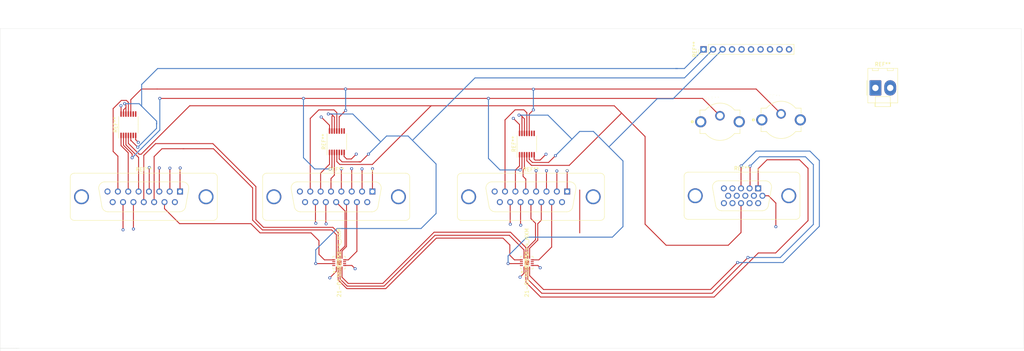
<source format=kicad_pcb>
(kicad_pcb (version 20171130) (host pcbnew "(5.1.10)-1")

  (general
    (thickness 1.6)
    (drawings 6)
    (tracks 523)
    (zones 0)
    (modules 13)
    (nets 1)
  )

  (page A4)
  (layers
    (0 F.Cu signal)
    (1 Power power)
    (2 Ground power)
    (31 B.Cu signal)
    (32 B.Adhes user)
    (33 F.Adhes user)
    (34 B.Paste user)
    (35 F.Paste user)
    (36 B.SilkS user)
    (37 F.SilkS user)
    (38 B.Mask user)
    (39 F.Mask user)
    (40 Dwgs.User user)
    (41 Cmts.User user)
    (42 Eco1.User user)
    (43 Eco2.User user)
    (44 Edge.Cuts user)
    (45 Margin user)
    (46 B.CrtYd user)
    (47 F.CrtYd user)
    (48 B.Fab user)
    (49 F.Fab user)
  )

  (setup
    (last_trace_width 0.25)
    (trace_clearance 0.2)
    (zone_clearance 0.508)
    (zone_45_only no)
    (trace_min 0.2)
    (via_size 0.8)
    (via_drill 0.4)
    (via_min_size 0.4)
    (via_min_drill 0.3)
    (uvia_size 0.3)
    (uvia_drill 0.1)
    (uvias_allowed no)
    (uvia_min_size 0.2)
    (uvia_min_drill 0.1)
    (edge_width 0.05)
    (segment_width 0.2)
    (pcb_text_width 0.3)
    (pcb_text_size 1.5 1.5)
    (mod_edge_width 0.12)
    (mod_text_size 1 1)
    (mod_text_width 0.15)
    (pad_size 1.524 1.524)
    (pad_drill 0.762)
    (pad_to_mask_clearance 0)
    (aux_axis_origin 0 0)
    (visible_elements 7FFFFFFF)
    (pcbplotparams
      (layerselection 0x010fc_ffffffff)
      (usegerberextensions false)
      (usegerberattributes true)
      (usegerberadvancedattributes true)
      (creategerberjobfile true)
      (excludeedgelayer true)
      (linewidth 0.100000)
      (plotframeref false)
      (viasonmask false)
      (mode 1)
      (useauxorigin false)
      (hpglpennumber 1)
      (hpglpenspeed 20)
      (hpglpendiameter 15.000000)
      (psnegative false)
      (psa4output false)
      (plotreference true)
      (plotvalue true)
      (plotinvisibletext false)
      (padsonsilk false)
      (subtractmaskfromsilk false)
      (outputformat 1)
      (mirror false)
      (drillshape 1)
      (scaleselection 1)
      (outputdirectory ""))
  )

  (net 0 "")

  (net_class Default "This is the default net class."
    (clearance 0.2)
    (trace_width 0.25)
    (via_dia 0.8)
    (via_drill 0.4)
    (uvia_dia 0.3)
    (uvia_drill 0.1)
  )

  (module Connector_Molex:Molex_KK-396_A-41791-0002_1x02_P3.96mm_Vertical (layer F.Cu) (tedit 5DC431B4) (tstamp 60D296FA)
    (at 249.4026 56.0832)
    (descr "Molex KK 396 Interconnect System, old/engineering part number: A-41791-0002 example for new part number: 26-60-4020, 2 Pins (https://www.molex.com/pdm_docs/sd/026604020_sd.pdf), generated with kicad-footprint-generator")
    (tags "connector Molex KK-396 vertical")
    (fp_text reference REF** (at 1.98 -6.31) (layer F.SilkS)
      (effects (font (size 1 1) (thickness 0.15)))
    )
    (fp_text value Molex_KK-396_A-41791-0002_1x02_P3.96mm_Vertical (at 1.98 6.1) (layer F.Fab)
      (effects (font (size 1 1) (thickness 0.15)))
    )
    (fp_text user %R (at 1.98 -4.41) (layer F.Fab)
      (effects (font (size 1 1) (thickness 0.15)))
    )
    (fp_line (start -1.91 -5.11) (end 5.87 -5.11) (layer F.Fab) (width 0.1))
    (fp_line (start 5.87 -5.11) (end 5.87 3.895) (layer F.Fab) (width 0.1))
    (fp_line (start 5.87 3.895) (end 3.965 3.895) (layer F.Fab) (width 0.1))
    (fp_line (start 3.965 3.895) (end 3.965 4.9) (layer F.Fab) (width 0.1))
    (fp_line (start 3.965 4.9) (end -0.005 4.9) (layer F.Fab) (width 0.1))
    (fp_line (start -0.005 4.9) (end -0.005 3.895) (layer F.Fab) (width 0.1))
    (fp_line (start -0.005 3.895) (end -1.91 3.895) (layer F.Fab) (width 0.1))
    (fp_line (start -1.91 3.895) (end -1.91 -5.11) (layer F.Fab) (width 0.1))
    (fp_line (start -2.02 -5.22) (end 5.98 -5.22) (layer F.SilkS) (width 0.12))
    (fp_line (start 5.98 -5.22) (end 5.98 4.005) (layer F.SilkS) (width 0.12))
    (fp_line (start 5.98 4.005) (end 4.075 4.005) (layer F.SilkS) (width 0.12))
    (fp_line (start 4.075 4.005) (end 4.075 5.01) (layer F.SilkS) (width 0.12))
    (fp_line (start 4.075 5.01) (end -0.115 5.01) (layer F.SilkS) (width 0.12))
    (fp_line (start -0.115 5.01) (end -0.115 4.005) (layer F.SilkS) (width 0.12))
    (fp_line (start -0.115 4.005) (end -2.02 4.005) (layer F.SilkS) (width 0.12))
    (fp_line (start -2.02 4.005) (end -2.02 -5.22) (layer F.SilkS) (width 0.12))
    (fp_line (start -2.31 -2) (end -2.31 2) (layer F.SilkS) (width 0.12))
    (fp_line (start -1.91 -0.5) (end -1.202893 0) (layer F.Fab) (width 0.1))
    (fp_line (start -1.202893 0) (end -1.91 0.5) (layer F.Fab) (width 0.1))
    (fp_line (start 0 5.01) (end 0 4.01) (layer F.SilkS) (width 0.12))
    (fp_line (start 0 4.01) (end 3.96 4.01) (layer F.SilkS) (width 0.12))
    (fp_line (start 3.96 4.01) (end 3.96 5.01) (layer F.SilkS) (width 0.12))
    (fp_line (start 0 4.01) (end 0 2.34) (layer F.SilkS) (width 0.12))
    (fp_line (start 0 2.34) (end 3.96 2.34) (layer F.SilkS) (width 0.12))
    (fp_line (start 3.96 2.34) (end 3.96 4.01) (layer F.SilkS) (width 0.12))
    (fp_line (start -0.8 -5.22) (end -0.8 -4.62) (layer F.SilkS) (width 0.12))
    (fp_line (start -0.8 -4.62) (end 0.8 -4.62) (layer F.SilkS) (width 0.12))
    (fp_line (start 0.8 -4.62) (end 0.8 -5.22) (layer F.SilkS) (width 0.12))
    (fp_line (start 3.16 -5.22) (end 3.16 -4.62) (layer F.SilkS) (width 0.12))
    (fp_line (start 3.16 -4.62) (end 4.76 -4.62) (layer F.SilkS) (width 0.12))
    (fp_line (start 4.76 -4.62) (end 4.76 -5.22) (layer F.SilkS) (width 0.12))
    (fp_line (start -2.41 -5.61) (end -2.41 5.4) (layer F.CrtYd) (width 0.05))
    (fp_line (start -2.41 5.4) (end 6.37 5.4) (layer F.CrtYd) (width 0.05))
    (fp_line (start 6.37 5.4) (end 6.37 -5.61) (layer F.CrtYd) (width 0.05))
    (fp_line (start 6.37 -5.61) (end -2.41 -5.61) (layer F.CrtYd) (width 0.05))
    (pad 2 thru_hole oval (at 3.96 0) (size 3.16 4.1) (drill 1.7) (layers *.Cu *.Mask))
    (pad 1 thru_hole roundrect (at 0 0) (size 3.16 4.1) (drill 1.7) (layers *.Cu *.Mask) (roundrect_rratio 0.079114))
    (model ${KISYS3DMOD}/Connector_Molex.3dshapes/Molex_KK-396_A-41791-0002_1x02_P3.96mm_Vertical.wrl
      (at (xyz 0 0 0))
      (scale (xyz 1 1 1))
      (rotate (xyz 0 0 0))
    )
  )

  (module Connector_PinHeader_2.54mm:PinHeader_1x10_P2.54mm_Vertical (layer F.Cu) (tedit 59FED5CC) (tstamp 60D13B82)
    (at 203.454 45.7708 90)
    (descr "Through hole straight pin header, 1x10, 2.54mm pitch, single row")
    (tags "Through hole pin header THT 1x10 2.54mm single row")
    (fp_text reference REF** (at 0 -2.33 90) (layer F.SilkS)
      (effects (font (size 1 1) (thickness 0.15)))
    )
    (fp_text value PinHeader_1x10_P2.54mm_Vertical (at 0 25.19 90) (layer F.Fab)
      (effects (font (size 1 1) (thickness 0.15)))
    )
    (fp_text user %R (at 0 11.43) (layer F.Fab)
      (effects (font (size 1 1) (thickness 0.15)))
    )
    (fp_line (start -0.635 -1.27) (end 1.27 -1.27) (layer F.Fab) (width 0.1))
    (fp_line (start 1.27 -1.27) (end 1.27 24.13) (layer F.Fab) (width 0.1))
    (fp_line (start 1.27 24.13) (end -1.27 24.13) (layer F.Fab) (width 0.1))
    (fp_line (start -1.27 24.13) (end -1.27 -0.635) (layer F.Fab) (width 0.1))
    (fp_line (start -1.27 -0.635) (end -0.635 -1.27) (layer F.Fab) (width 0.1))
    (fp_line (start -1.33 24.19) (end 1.33 24.19) (layer F.SilkS) (width 0.12))
    (fp_line (start -1.33 1.27) (end -1.33 24.19) (layer F.SilkS) (width 0.12))
    (fp_line (start 1.33 1.27) (end 1.33 24.19) (layer F.SilkS) (width 0.12))
    (fp_line (start -1.33 1.27) (end 1.33 1.27) (layer F.SilkS) (width 0.12))
    (fp_line (start -1.33 0) (end -1.33 -1.33) (layer F.SilkS) (width 0.12))
    (fp_line (start -1.33 -1.33) (end 0 -1.33) (layer F.SilkS) (width 0.12))
    (fp_line (start -1.8 -1.8) (end -1.8 24.65) (layer F.CrtYd) (width 0.05))
    (fp_line (start -1.8 24.65) (end 1.8 24.65) (layer F.CrtYd) (width 0.05))
    (fp_line (start 1.8 24.65) (end 1.8 -1.8) (layer F.CrtYd) (width 0.05))
    (fp_line (start 1.8 -1.8) (end -1.8 -1.8) (layer F.CrtYd) (width 0.05))
    (pad 10 thru_hole oval (at 0 22.86 90) (size 1.7 1.7) (drill 1) (layers *.Cu *.Mask))
    (pad 9 thru_hole oval (at 0 20.32 90) (size 1.7 1.7) (drill 1) (layers *.Cu *.Mask))
    (pad 8 thru_hole oval (at 0 17.78 90) (size 1.7 1.7) (drill 1) (layers *.Cu *.Mask))
    (pad 7 thru_hole oval (at 0 15.24 90) (size 1.7 1.7) (drill 1) (layers *.Cu *.Mask))
    (pad 6 thru_hole oval (at 0 12.7 90) (size 1.7 1.7) (drill 1) (layers *.Cu *.Mask))
    (pad 5 thru_hole oval (at 0 10.16 90) (size 1.7 1.7) (drill 1) (layers *.Cu *.Mask))
    (pad 4 thru_hole oval (at 0 7.62 90) (size 1.7 1.7) (drill 1) (layers *.Cu *.Mask))
    (pad 3 thru_hole oval (at 0 5.08 90) (size 1.7 1.7) (drill 1) (layers *.Cu *.Mask))
    (pad 2 thru_hole oval (at 0 2.54 90) (size 1.7 1.7) (drill 1) (layers *.Cu *.Mask))
    (pad 1 thru_hole rect (at 0 0 90) (size 1.7 1.7) (drill 1) (layers *.Cu *.Mask))
    (model ${KISYS3DMOD}/Connector_PinHeader_2.54mm.3dshapes/PinHeader_1x10_P2.54mm_Vertical.wrl
      (at (xyz 0 0 0))
      (scale (xyz 1 1 1))
      (rotate (xyz 0 0 0))
    )
  )

  (module RCJ-024:CUI_RCJ-022 (layer F.Cu) (tedit 60D12F79) (tstamp 60D13765)
    (at 224.1804 64.643)
    (descr "<b>DC POWER JACK</b><p>Source: DCJ0202.pdf")
    (fp_text reference REF** (at -2.205855 -6.237415) (layer F.SilkS)
      (effects (font (size 1.000386 1.000386) (thickness 0.015)))
    )
    (fp_text value "CUI_RCJ-022 RED" (at 2.13783 6.32334) (layer F.Fab)
      (effects (font (size 1.001323 1.001323) (thickness 0.015)))
    )
    (fp_arc (start 0 0.013851) (end 3.884 -3.135) (angle -101.935) (layer F.Fab) (width 0.127))
    (fp_arc (start 0 -0.013851) (end -3.884 3.135) (angle -101.935) (layer F.Fab) (width 0.127))
    (fp_arc (start 0 0.013851) (end 3.884 -3.135) (angle -101.935) (layer F.SilkS) (width 0.127))
    (fp_arc (start 0 -0.013851) (end -3.884 3.135) (angle -101.935) (layer F.SilkS) (width 0.127))
    (fp_arc (start -0.004 -0.223988) (end 3.895 -3.385) (angle -101.935) (layer F.CrtYd) (width 0.05))
    (fp_arc (start -0.002 0.223988) (end -3.901 3.385) (angle -101.935) (layer F.CrtYd) (width 0.05))
    (fp_line (start 5.35 1.765) (end 5.35 3.135) (layer F.SilkS) (width 0.127))
    (fp_line (start 5.35 -3.135) (end 5.35 -1.765) (layer F.SilkS) (width 0.127))
    (fp_line (start -5.35 -3.135) (end -5.35 -1.765) (layer F.SilkS) (width 0.127))
    (fp_line (start -5.35 1.765) (end -5.35 3.135) (layer F.SilkS) (width 0.127))
    (fp_line (start -6.9 1.75) (end -5.6 1.75) (layer F.CrtYd) (width 0.05))
    (fp_line (start -6.9 -1.7) (end -6.9 1.75) (layer F.CrtYd) (width 0.05))
    (fp_line (start -5.6 -1.7) (end -6.9 -1.7) (layer F.CrtYd) (width 0.05))
    (fp_line (start 6.95 1.7) (end 5.6 1.7) (layer F.CrtYd) (width 0.05))
    (fp_line (start 6.95 -1.75) (end 6.95 1.7) (layer F.CrtYd) (width 0.05))
    (fp_line (start 5.6 -1.75) (end 6.95 -1.75) (layer F.CrtYd) (width 0.05))
    (fp_line (start 5.6 3.385) (end 3.904 3.385) (layer F.CrtYd) (width 0.05))
    (fp_line (start -3.901 3.385) (end -5.6 3.385) (layer F.CrtYd) (width 0.05))
    (fp_line (start -5.6 -3.385) (end -5.605 -3.385) (layer F.CrtYd) (width 0.05))
    (fp_line (start -3.903 -3.385) (end -5.6 -3.385) (layer F.CrtYd) (width 0.05))
    (fp_line (start 5.6 -3.385) (end 3.895 -3.385) (layer F.CrtYd) (width 0.05))
    (fp_line (start 5.6 -1.75) (end 5.6 -3.385) (layer F.CrtYd) (width 0.05))
    (fp_line (start 5.6 3.385) (end 5.6 1.7) (layer F.CrtYd) (width 0.05))
    (fp_line (start -5.6 1.75) (end -5.6 3.385) (layer F.CrtYd) (width 0.05))
    (fp_line (start -5.6 -3.385) (end -5.6 -1.7) (layer F.CrtYd) (width 0.05))
    (fp_line (start 5.35 3.135) (end 3.884 3.135) (layer F.SilkS) (width 0.127))
    (fp_line (start -3.884 3.135) (end -5.35 3.135) (layer F.SilkS) (width 0.127))
    (fp_line (start -3.884 -3.135) (end -5.35 -3.135) (layer F.SilkS) (width 0.127))
    (fp_line (start 5.35 -3.135) (end 3.884 -3.135) (layer F.SilkS) (width 0.127))
    (fp_line (start 5.35 3.135) (end 3.884 3.135) (layer F.Fab) (width 0.127))
    (fp_line (start -3.884 3.135) (end -5.35 3.135) (layer F.Fab) (width 0.127))
    (fp_line (start -3.884 -3.135) (end -5.35 -3.135) (layer F.Fab) (width 0.127))
    (fp_line (start 5.35 -3.135) (end 3.884 -3.135) (layer F.Fab) (width 0.127))
    (fp_line (start 5.35 3.135) (end 5.35 -3.135) (layer F.Fab) (width 0.127))
    (fp_line (start -5.35 -3.135) (end -5.35 3.135) (layer F.Fab) (width 0.127))
    (fp_circle (center -7.4 0) (end -7.2 0) (layer F.SilkS) (width 0.4))
    (pad 1A thru_hole circle (at -5.15 0) (size 3 3) (drill 2) (layers *.Cu *.Mask))
    (pad 1B thru_hole circle (at 5.15 0) (size 3 3) (drill 2) (layers *.Cu *.Mask))
    (pad 2 thru_hole circle (at 0 -1.6) (size 2.55 2.55) (drill 1.7) (layers *.Cu *.Mask))
  )

  (module RCJ-024:CUI_RCJ-023 (layer F.Cu) (tedit 60D12FA0) (tstamp 60D134ED)
    (at 207.8482 65.151)
    (descr "<b>DC POWER JACK</b><p>Source: DCJ0202.pdf")
    (fp_text reference REF** (at -2.20699 -6.24061) (layer F.SilkS)
      (effects (font (size 1.000898 1.000898) (thickness 0.015)))
    )
    (fp_text value "CUI_RCJ-023 White" (at 2.13833 6.32484) (layer F.Fab)
      (effects (font (size 1.001559 1.001559) (thickness 0.015)))
    )
    (fp_arc (start 0 0.013851) (end 3.884 -3.135) (angle -101.935) (layer F.Fab) (width 0.127))
    (fp_arc (start 0 -0.013851) (end -3.884 3.135) (angle -101.935) (layer F.Fab) (width 0.127))
    (fp_arc (start 0 0.013851) (end 3.884 -3.135) (angle -101.935) (layer F.SilkS) (width 0.127))
    (fp_arc (start 0 -0.013851) (end -3.884 3.135) (angle -101.935) (layer F.SilkS) (width 0.127))
    (fp_arc (start -0.004 -0.223988) (end 3.895 -3.385) (angle -101.935) (layer F.CrtYd) (width 0.05))
    (fp_arc (start -0.002 0.223988) (end -3.901 3.385) (angle -101.935) (layer F.CrtYd) (width 0.05))
    (fp_line (start 5.35 1.765) (end 5.35 3.135) (layer F.SilkS) (width 0.127))
    (fp_line (start 5.35 -3.135) (end 5.35 -1.765) (layer F.SilkS) (width 0.127))
    (fp_line (start -5.35 -3.135) (end -5.35 -1.765) (layer F.SilkS) (width 0.127))
    (fp_line (start -5.35 1.765) (end -5.35 3.135) (layer F.SilkS) (width 0.127))
    (fp_line (start -6.9 1.75) (end -5.6 1.75) (layer F.CrtYd) (width 0.05))
    (fp_line (start -6.9 -1.7) (end -6.9 1.75) (layer F.CrtYd) (width 0.05))
    (fp_line (start -5.6 -1.7) (end -6.9 -1.7) (layer F.CrtYd) (width 0.05))
    (fp_line (start 6.95 1.7) (end 5.6 1.7) (layer F.CrtYd) (width 0.05))
    (fp_line (start 6.95 -1.75) (end 6.95 1.7) (layer F.CrtYd) (width 0.05))
    (fp_line (start 5.6 -1.75) (end 6.95 -1.75) (layer F.CrtYd) (width 0.05))
    (fp_line (start 5.6 3.385) (end 3.904 3.385) (layer F.CrtYd) (width 0.05))
    (fp_line (start -3.901 3.385) (end -5.6 3.385) (layer F.CrtYd) (width 0.05))
    (fp_line (start -5.6 -3.385) (end -5.605 -3.385) (layer F.CrtYd) (width 0.05))
    (fp_line (start -3.903 -3.385) (end -5.6 -3.385) (layer F.CrtYd) (width 0.05))
    (fp_line (start 5.6 -3.385) (end 3.895 -3.385) (layer F.CrtYd) (width 0.05))
    (fp_line (start 5.6 -1.75) (end 5.6 -3.385) (layer F.CrtYd) (width 0.05))
    (fp_line (start 5.6 3.385) (end 5.6 1.7) (layer F.CrtYd) (width 0.05))
    (fp_line (start -5.6 1.75) (end -5.6 3.385) (layer F.CrtYd) (width 0.05))
    (fp_line (start -5.6 -3.385) (end -5.6 -1.7) (layer F.CrtYd) (width 0.05))
    (fp_line (start 5.35 3.135) (end 3.884 3.135) (layer F.SilkS) (width 0.127))
    (fp_line (start -3.884 3.135) (end -5.35 3.135) (layer F.SilkS) (width 0.127))
    (fp_line (start -3.884 -3.135) (end -5.35 -3.135) (layer F.SilkS) (width 0.127))
    (fp_line (start 5.35 -3.135) (end 3.884 -3.135) (layer F.SilkS) (width 0.127))
    (fp_line (start 5.35 3.135) (end 3.884 3.135) (layer F.Fab) (width 0.127))
    (fp_line (start -3.884 3.135) (end -5.35 3.135) (layer F.Fab) (width 0.127))
    (fp_line (start -3.884 -3.135) (end -5.35 -3.135) (layer F.Fab) (width 0.127))
    (fp_line (start 5.35 -3.135) (end 3.884 -3.135) (layer F.Fab) (width 0.127))
    (fp_line (start 5.35 3.135) (end 5.35 -3.135) (layer F.Fab) (width 0.127))
    (fp_line (start -5.35 -3.135) (end -5.35 3.135) (layer F.Fab) (width 0.127))
    (fp_circle (center -7.4 0) (end -7.2 0) (layer F.SilkS) (width 0.4))
    (pad 1A thru_hole circle (at -5.15 0) (size 3 3) (drill 2) (layers *.Cu *.Mask))
    (pad 1B thru_hole circle (at 5.15 0) (size 3 3) (drill 2) (layers *.Cu *.Mask))
    (pad 2 thru_hole circle (at 0 -1.6) (size 2.55 2.55) (drill 1.7) (layers *.Cu *.Mask))
  )

  (module Connector_Dsub:DSUB-15-HD_Female_Vertical_P2.29x1.98mm_MountingHoles (layer F.Cu) (tedit 59FEDEE2) (tstamp 60D12B0F)
    (at 218.059 82.9818)
    (descr "15-pin D-Sub connector, straight/vertical, THT-mount, female, pitch 2.29x1.98mm, distance of mounting holes 25mm, see https://disti-assets.s3.amazonaws.com/tonar/files/datasheets/16730.pdf")
    (tags "15-pin D-Sub connector straight vertical THT female pitch 2.29x1.98mm mounting holes distance 25mm")
    (fp_text reference REF** (at -4.315 -5.33) (layer F.SilkS)
      (effects (font (size 1 1) (thickness 0.15)))
    )
    (fp_text value DSUB-15-HD_Female_Vertical_P2.29x1.98mm_MountingHoles (at -4.315 9.29) (layer F.Fab)
      (effects (font (size 1 1) (thickness 0.15)))
    )
    (fp_text user %R (at -4.315 1.98) (layer F.Fab)
      (effects (font (size 1 1) (thickness 0.15)))
    )
    (fp_arc (start 1.087952 4.33) (end 1.087952 5.99) (angle -80) (layer F.SilkS) (width 0.12))
    (fp_arc (start -9.717952 4.33) (end -9.717952 5.99) (angle 80) (layer F.SilkS) (width 0.12))
    (fp_arc (start 1.916689 -0.37) (end 1.916689 -2.03) (angle 100) (layer F.SilkS) (width 0.12))
    (fp_arc (start -10.546689 -0.37) (end -10.546689 -2.03) (angle -100) (layer F.SilkS) (width 0.12))
    (fp_arc (start 1.099457 4.33) (end 1.099457 5.93) (angle -80) (layer F.Fab) (width 0.1))
    (fp_arc (start -9.729457 4.33) (end -9.729457 5.93) (angle 80) (layer F.Fab) (width 0.1))
    (fp_arc (start 1.928194 -0.37) (end 1.928194 -1.97) (angle 100) (layer F.Fab) (width 0.1))
    (fp_arc (start -10.558194 -0.37) (end -10.558194 -1.97) (angle -100) (layer F.Fab) (width 0.1))
    (fp_arc (start 10.11 7.23) (end 11.17 7.23) (angle 90) (layer F.SilkS) (width 0.12))
    (fp_arc (start -18.74 7.23) (end -19.8 7.23) (angle -90) (layer F.SilkS) (width 0.12))
    (fp_arc (start 10.11 -3.27) (end 10.11 -4.33) (angle 90) (layer F.SilkS) (width 0.12))
    (fp_arc (start -18.74 -3.27) (end -19.8 -3.27) (angle 90) (layer F.SilkS) (width 0.12))
    (fp_arc (start 10.11 7.23) (end 11.11 7.23) (angle 90) (layer F.Fab) (width 0.1))
    (fp_arc (start -18.74 7.23) (end -19.74 7.23) (angle -90) (layer F.Fab) (width 0.1))
    (fp_arc (start 10.11 -3.27) (end 10.11 -4.27) (angle 90) (layer F.Fab) (width 0.1))
    (fp_arc (start -18.74 -3.27) (end -19.74 -3.27) (angle 90) (layer F.Fab) (width 0.1))
    (fp_line (start -18.74 -4.27) (end 10.11 -4.27) (layer F.Fab) (width 0.1))
    (fp_line (start 11.11 -3.27) (end 11.11 7.23) (layer F.Fab) (width 0.1))
    (fp_line (start 10.11 8.23) (end -18.74 8.23) (layer F.Fab) (width 0.1))
    (fp_line (start -19.74 7.23) (end -19.74 -3.27) (layer F.Fab) (width 0.1))
    (fp_line (start -18.74 -4.33) (end 10.11 -4.33) (layer F.SilkS) (width 0.12))
    (fp_line (start 11.17 -3.27) (end 11.17 7.23) (layer F.SilkS) (width 0.12))
    (fp_line (start 10.11 8.29) (end -18.74 8.29) (layer F.SilkS) (width 0.12))
    (fp_line (start -19.8 7.23) (end -19.8 -3.27) (layer F.SilkS) (width 0.12))
    (fp_line (start -0.25 -5.224338) (end 0.25 -5.224338) (layer F.SilkS) (width 0.12))
    (fp_line (start 0.25 -5.224338) (end 0 -4.791325) (layer F.SilkS) (width 0.12))
    (fp_line (start 0 -4.791325) (end -0.25 -5.224338) (layer F.SilkS) (width 0.12))
    (fp_line (start -10.558194 -1.97) (end 1.928194 -1.97) (layer F.Fab) (width 0.1))
    (fp_line (start -9.729457 5.93) (end 1.099457 5.93) (layer F.Fab) (width 0.1))
    (fp_line (start 3.503887 -0.092163) (end 2.67515 4.607837) (layer F.Fab) (width 0.1))
    (fp_line (start -12.133887 -0.092163) (end -11.30515 4.607837) (layer F.Fab) (width 0.1))
    (fp_line (start -10.546689 -2.03) (end 1.916689 -2.03) (layer F.SilkS) (width 0.12))
    (fp_line (start -9.717952 5.99) (end 1.087952 5.99) (layer F.SilkS) (width 0.12))
    (fp_line (start 3.55147 -0.081744) (end 2.722733 4.618256) (layer F.SilkS) (width 0.12))
    (fp_line (start -12.18147 -0.081744) (end -11.352733 4.618256) (layer F.SilkS) (width 0.12))
    (fp_line (start -20.25 -4.8) (end -20.25 8.75) (layer F.CrtYd) (width 0.05))
    (fp_line (start -20.25 8.75) (end 11.65 8.75) (layer F.CrtYd) (width 0.05))
    (fp_line (start 11.65 8.75) (end 11.65 -4.8) (layer F.CrtYd) (width 0.05))
    (fp_line (start 11.65 -4.8) (end -20.25 -4.8) (layer F.CrtYd) (width 0.05))
    (pad 0 thru_hole circle (at 8.185 1.98) (size 4 4) (drill 3.2) (layers *.Cu *.Mask))
    (pad 0 thru_hole circle (at -16.815 1.98) (size 4 4) (drill 3.2) (layers *.Cu *.Mask))
    (pad 15 thru_hole circle (at -9.16 3.96) (size 1.6 1.6) (drill 1) (layers *.Cu *.Mask))
    (pad 14 thru_hole circle (at -6.87 3.96) (size 1.6 1.6) (drill 1) (layers *.Cu *.Mask))
    (pad 13 thru_hole circle (at -4.58 3.96) (size 1.6 1.6) (drill 1) (layers *.Cu *.Mask))
    (pad 12 thru_hole circle (at -2.29 3.96) (size 1.6 1.6) (drill 1) (layers *.Cu *.Mask))
    (pad 11 thru_hole circle (at 0 3.96) (size 1.6 1.6) (drill 1) (layers *.Cu *.Mask))
    (pad 10 thru_hole circle (at -8.015 1.98) (size 1.6 1.6) (drill 1) (layers *.Cu *.Mask))
    (pad 9 thru_hole circle (at -5.725 1.98) (size 1.6 1.6) (drill 1) (layers *.Cu *.Mask))
    (pad 8 thru_hole circle (at -3.435 1.98) (size 1.6 1.6) (drill 1) (layers *.Cu *.Mask))
    (pad 7 thru_hole circle (at -1.145 1.98) (size 1.6 1.6) (drill 1) (layers *.Cu *.Mask))
    (pad 6 thru_hole circle (at 1.145 1.98) (size 1.6 1.6) (drill 1) (layers *.Cu *.Mask))
    (pad 5 thru_hole circle (at -9.16 0) (size 1.6 1.6) (drill 1) (layers *.Cu *.Mask))
    (pad 4 thru_hole circle (at -6.87 0) (size 1.6 1.6) (drill 1) (layers *.Cu *.Mask))
    (pad 3 thru_hole circle (at -4.58 0) (size 1.6 1.6) (drill 1) (layers *.Cu *.Mask))
    (pad 2 thru_hole circle (at -2.29 0) (size 1.6 1.6) (drill 1) (layers *.Cu *.Mask))
    (pad 1 thru_hole rect (at 0 0) (size 1.6 1.6) (drill 1) (layers *.Cu *.Mask))
    (model ${KISYS3DMOD}/Connector_Dsub.3dshapes/DSUB-15-HD_Female_Vertical_P2.29x1.98mm_MountingHoles.wrl
      (at (xyz 0 0 0))
      (scale (xyz 1 1 1))
      (rotate (xyz 0 0 0))
    )
  )

  (module Package_SO:TSSOP-14_4.4x5mm_P0.65mm (layer F.Cu) (tedit 5E476F32) (tstamp 60D128E7)
    (at 49.6824 65.9384 90)
    (descr "TSSOP, 14 Pin (JEDEC MO-153 Var AB-1 https://www.jedec.org/document_search?search_api_views_fulltext=MO-153), generated with kicad-footprint-generator ipc_gullwing_generator.py")
    (tags "TSSOP SO")
    (attr smd)
    (fp_text reference REF** (at 0 -3.45 90) (layer F.SilkS)
      (effects (font (size 1 1) (thickness 0.15)))
    )
    (fp_text value TSSOP-14_4.4x5mm_P0.65mm (at 0 3.45 90) (layer F.Fab)
      (effects (font (size 1 1) (thickness 0.15)))
    )
    (fp_text user %R (at 0 0 90) (layer F.Fab)
      (effects (font (size 1 1) (thickness 0.15)))
    )
    (fp_line (start 0 2.61) (end 2.2 2.61) (layer F.SilkS) (width 0.12))
    (fp_line (start 0 2.61) (end -2.2 2.61) (layer F.SilkS) (width 0.12))
    (fp_line (start 0 -2.61) (end 2.2 -2.61) (layer F.SilkS) (width 0.12))
    (fp_line (start 0 -2.61) (end -3.6 -2.61) (layer F.SilkS) (width 0.12))
    (fp_line (start -1.2 -2.5) (end 2.2 -2.5) (layer F.Fab) (width 0.1))
    (fp_line (start 2.2 -2.5) (end 2.2 2.5) (layer F.Fab) (width 0.1))
    (fp_line (start 2.2 2.5) (end -2.2 2.5) (layer F.Fab) (width 0.1))
    (fp_line (start -2.2 2.5) (end -2.2 -1.5) (layer F.Fab) (width 0.1))
    (fp_line (start -2.2 -1.5) (end -1.2 -2.5) (layer F.Fab) (width 0.1))
    (fp_line (start -3.85 -2.75) (end -3.85 2.75) (layer F.CrtYd) (width 0.05))
    (fp_line (start -3.85 2.75) (end 3.85 2.75) (layer F.CrtYd) (width 0.05))
    (fp_line (start 3.85 2.75) (end 3.85 -2.75) (layer F.CrtYd) (width 0.05))
    (fp_line (start 3.85 -2.75) (end -3.85 -2.75) (layer F.CrtYd) (width 0.05))
    (pad 14 smd roundrect (at 2.8625 -1.95 90) (size 1.475 0.4) (layers F.Cu F.Paste F.Mask) (roundrect_rratio 0.25))
    (pad 13 smd roundrect (at 2.8625 -1.3 90) (size 1.475 0.4) (layers F.Cu F.Paste F.Mask) (roundrect_rratio 0.25))
    (pad 12 smd roundrect (at 2.8625 -0.65 90) (size 1.475 0.4) (layers F.Cu F.Paste F.Mask) (roundrect_rratio 0.25))
    (pad 11 smd roundrect (at 2.8625 0 90) (size 1.475 0.4) (layers F.Cu F.Paste F.Mask) (roundrect_rratio 0.25))
    (pad 10 smd roundrect (at 2.8625 0.65 90) (size 1.475 0.4) (layers F.Cu F.Paste F.Mask) (roundrect_rratio 0.25))
    (pad 9 smd roundrect (at 2.8625 1.3 90) (size 1.475 0.4) (layers F.Cu F.Paste F.Mask) (roundrect_rratio 0.25))
    (pad 8 smd roundrect (at 2.8625 1.95 90) (size 1.475 0.4) (layers F.Cu F.Paste F.Mask) (roundrect_rratio 0.25))
    (pad 7 smd roundrect (at -2.8625 1.95 90) (size 1.475 0.4) (layers F.Cu F.Paste F.Mask) (roundrect_rratio 0.25))
    (pad 6 smd roundrect (at -2.8625 1.3 90) (size 1.475 0.4) (layers F.Cu F.Paste F.Mask) (roundrect_rratio 0.25))
    (pad 5 smd roundrect (at -2.8625 0.65 90) (size 1.475 0.4) (layers F.Cu F.Paste F.Mask) (roundrect_rratio 0.25))
    (pad 4 smd roundrect (at -2.8625 0 90) (size 1.475 0.4) (layers F.Cu F.Paste F.Mask) (roundrect_rratio 0.25))
    (pad 3 smd roundrect (at -2.8625 -0.65 90) (size 1.475 0.4) (layers F.Cu F.Paste F.Mask) (roundrect_rratio 0.25))
    (pad 2 smd roundrect (at -2.8625 -1.3 90) (size 1.475 0.4) (layers F.Cu F.Paste F.Mask) (roundrect_rratio 0.25))
    (pad 1 smd roundrect (at -2.8625 -1.95 90) (size 1.475 0.4) (layers F.Cu F.Paste F.Mask) (roundrect_rratio 0.25))
    (model ${KISYS3DMOD}/Package_SO.3dshapes/TSSOP-14_4.4x5mm_P0.65mm.wrl
      (at (xyz 0 0 0))
      (scale (xyz 1 1 1))
      (rotate (xyz 0 0 0))
    )
  )

  (module Package_SO:TSSOP-14_4.4x5mm_P0.65mm (layer F.Cu) (tedit 5E476F32) (tstamp 60CFE2FB)
    (at 105.41 70.485 90)
    (descr "TSSOP, 14 Pin (JEDEC MO-153 Var AB-1 https://www.jedec.org/document_search?search_api_views_fulltext=MO-153), generated with kicad-footprint-generator ipc_gullwing_generator.py")
    (tags "TSSOP SO")
    (attr smd)
    (fp_text reference REF** (at 0 -3.45 90) (layer F.SilkS)
      (effects (font (size 1 1) (thickness 0.15)))
    )
    (fp_text value TSSOP-14_4.4x5mm_P0.65mm (at 0 3.45 90) (layer F.Fab)
      (effects (font (size 1 1) (thickness 0.15)))
    )
    (fp_line (start 3.85 -2.75) (end -3.85 -2.75) (layer F.CrtYd) (width 0.05))
    (fp_line (start 3.85 2.75) (end 3.85 -2.75) (layer F.CrtYd) (width 0.05))
    (fp_line (start -3.85 2.75) (end 3.85 2.75) (layer F.CrtYd) (width 0.05))
    (fp_line (start -3.85 -2.75) (end -3.85 2.75) (layer F.CrtYd) (width 0.05))
    (fp_line (start -2.2 -1.5) (end -1.2 -2.5) (layer F.Fab) (width 0.1))
    (fp_line (start -2.2 2.5) (end -2.2 -1.5) (layer F.Fab) (width 0.1))
    (fp_line (start 2.2 2.5) (end -2.2 2.5) (layer F.Fab) (width 0.1))
    (fp_line (start 2.2 -2.5) (end 2.2 2.5) (layer F.Fab) (width 0.1))
    (fp_line (start -1.2 -2.5) (end 2.2 -2.5) (layer F.Fab) (width 0.1))
    (fp_line (start 0 -2.61) (end -3.6 -2.61) (layer F.SilkS) (width 0.12))
    (fp_line (start 0 -2.61) (end 2.2 -2.61) (layer F.SilkS) (width 0.12))
    (fp_line (start 0 2.61) (end -2.2 2.61) (layer F.SilkS) (width 0.12))
    (fp_line (start 0 2.61) (end 2.2 2.61) (layer F.SilkS) (width 0.12))
    (fp_text user %R (at 0 0) (layer F.Fab)
      (effects (font (size 1 1) (thickness 0.15)))
    )
    (pad 14 smd roundrect (at 2.8625 -1.95 90) (size 1.475 0.4) (layers F.Cu F.Paste F.Mask) (roundrect_rratio 0.25))
    (pad 13 smd roundrect (at 2.8625 -1.3 90) (size 1.475 0.4) (layers F.Cu F.Paste F.Mask) (roundrect_rratio 0.25))
    (pad 12 smd roundrect (at 2.8625 -0.65 90) (size 1.475 0.4) (layers F.Cu F.Paste F.Mask) (roundrect_rratio 0.25))
    (pad 11 smd roundrect (at 2.8625 0 90) (size 1.475 0.4) (layers F.Cu F.Paste F.Mask) (roundrect_rratio 0.25))
    (pad 10 smd roundrect (at 2.8625 0.65 90) (size 1.475 0.4) (layers F.Cu F.Paste F.Mask) (roundrect_rratio 0.25))
    (pad 9 smd roundrect (at 2.8625 1.3 90) (size 1.475 0.4) (layers F.Cu F.Paste F.Mask) (roundrect_rratio 0.25))
    (pad 8 smd roundrect (at 2.8625 1.95 90) (size 1.475 0.4) (layers F.Cu F.Paste F.Mask) (roundrect_rratio 0.25))
    (pad 7 smd roundrect (at -2.8625 1.95 90) (size 1.475 0.4) (layers F.Cu F.Paste F.Mask) (roundrect_rratio 0.25))
    (pad 6 smd roundrect (at -2.8625 1.3 90) (size 1.475 0.4) (layers F.Cu F.Paste F.Mask) (roundrect_rratio 0.25))
    (pad 5 smd roundrect (at -2.8625 0.65 90) (size 1.475 0.4) (layers F.Cu F.Paste F.Mask) (roundrect_rratio 0.25))
    (pad 4 smd roundrect (at -2.8625 0 90) (size 1.475 0.4) (layers F.Cu F.Paste F.Mask) (roundrect_rratio 0.25))
    (pad 3 smd roundrect (at -2.8625 -0.65 90) (size 1.475 0.4) (layers F.Cu F.Paste F.Mask) (roundrect_rratio 0.25))
    (pad 2 smd roundrect (at -2.8625 -1.3 90) (size 1.475 0.4) (layers F.Cu F.Paste F.Mask) (roundrect_rratio 0.25))
    (pad 1 smd roundrect (at -2.8625 -1.95 90) (size 1.475 0.4) (layers F.Cu F.Paste F.Mask) (roundrect_rratio 0.25))
    (model ${KISYS3DMOD}/Package_SO.3dshapes/TSSOP-14_4.4x5mm_P0.65mm.wrl
      (at (xyz 0 0 0))
      (scale (xyz 1 1 1))
      (rotate (xyz 0 0 0))
    )
  )

  (module Connector_Dsub:DSUB-15_Female_Vertical_P2.77x2.84mm_MountingHoles (layer F.Cu) (tedit 59FEDEE2) (tstamp 60CFE18E)
    (at 63.5 83.82)
    (descr "15-pin D-Sub connector, straight/vertical, THT-mount, female, pitch 2.77x2.84mm, distance of mounting holes 33.3mm, see https://disti-assets.s3.amazonaws.com/tonar/files/datasheets/16730.pdf")
    (tags "15-pin D-Sub connector straight vertical THT female pitch 2.77x2.84mm mounting holes distance 33.3mm")
    (fp_text reference REF** (at -9.695 -5.89) (layer F.SilkS)
      (effects (font (size 1 1) (thickness 0.15)))
    )
    (fp_text value DSUB-15_Female_Vertical_P2.77x2.84mm_MountingHoles (at -9.695 8.73) (layer F.Fab)
      (effects (font (size 1 1) (thickness 0.15)))
    )
    (fp_line (start 10.45 -5.35) (end -29.8 -5.35) (layer F.CrtYd) (width 0.05))
    (fp_line (start 10.45 8.2) (end 10.45 -5.35) (layer F.CrtYd) (width 0.05))
    (fp_line (start -29.8 8.2) (end 10.45 8.2) (layer F.CrtYd) (width 0.05))
    (fp_line (start -29.8 -5.35) (end -29.8 8.2) (layer F.CrtYd) (width 0.05))
    (fp_line (start -21.71147 -0.641744) (end -20.882733 4.058256) (layer F.SilkS) (width 0.12))
    (fp_line (start 2.32147 -0.641744) (end 1.492733 4.058256) (layer F.SilkS) (width 0.12))
    (fp_line (start -19.247952 5.43) (end -0.142048 5.43) (layer F.SilkS) (width 0.12))
    (fp_line (start -20.076689 -2.59) (end 0.686689 -2.59) (layer F.SilkS) (width 0.12))
    (fp_line (start -21.663887 -0.652163) (end -20.83515 4.047837) (layer F.Fab) (width 0.1))
    (fp_line (start 2.273887 -0.652163) (end 1.44515 4.047837) (layer F.Fab) (width 0.1))
    (fp_line (start -19.259457 5.37) (end -0.130543 5.37) (layer F.Fab) (width 0.1))
    (fp_line (start -20.088194 -2.53) (end 0.698194 -2.53) (layer F.Fab) (width 0.1))
    (fp_line (start 0 -5.351325) (end -0.25 -5.784338) (layer F.SilkS) (width 0.12))
    (fp_line (start 0.25 -5.784338) (end 0 -5.351325) (layer F.SilkS) (width 0.12))
    (fp_line (start -0.25 -5.784338) (end 0.25 -5.784338) (layer F.SilkS) (width 0.12))
    (fp_line (start -29.355 6.67) (end -29.355 -3.83) (layer F.SilkS) (width 0.12))
    (fp_line (start 8.905 7.73) (end -28.295 7.73) (layer F.SilkS) (width 0.12))
    (fp_line (start 9.965 -3.83) (end 9.965 6.67) (layer F.SilkS) (width 0.12))
    (fp_line (start -28.295 -4.89) (end 8.905 -4.89) (layer F.SilkS) (width 0.12))
    (fp_line (start -29.295 6.67) (end -29.295 -3.83) (layer F.Fab) (width 0.1))
    (fp_line (start 8.905 7.67) (end -28.295 7.67) (layer F.Fab) (width 0.1))
    (fp_line (start 9.905 -3.83) (end 9.905 6.67) (layer F.Fab) (width 0.1))
    (fp_line (start -28.295 -4.83) (end 8.905 -4.83) (layer F.Fab) (width 0.1))
    (fp_text user %R (at -9.695 1.42) (layer F.Fab)
      (effects (font (size 1 1) (thickness 0.15)))
    )
    (fp_arc (start -0.142048 3.77) (end -0.142048 5.43) (angle -80) (layer F.SilkS) (width 0.12))
    (fp_arc (start -19.247952 3.77) (end -19.247952 5.43) (angle 80) (layer F.SilkS) (width 0.12))
    (fp_arc (start 0.686689 -0.93) (end 0.686689 -2.59) (angle 100) (layer F.SilkS) (width 0.12))
    (fp_arc (start -20.076689 -0.93) (end -20.076689 -2.59) (angle -100) (layer F.SilkS) (width 0.12))
    (fp_arc (start -0.130543 3.77) (end -0.130543 5.37) (angle -80) (layer F.Fab) (width 0.1))
    (fp_arc (start -19.259457 3.77) (end -19.259457 5.37) (angle 80) (layer F.Fab) (width 0.1))
    (fp_arc (start 0.698194 -0.93) (end 0.698194 -2.53) (angle 100) (layer F.Fab) (width 0.1))
    (fp_arc (start -20.088194 -0.93) (end -20.088194 -2.53) (angle -100) (layer F.Fab) (width 0.1))
    (fp_arc (start 8.905 6.67) (end 9.965 6.67) (angle 90) (layer F.SilkS) (width 0.12))
    (fp_arc (start -28.295 6.67) (end -29.355 6.67) (angle -90) (layer F.SilkS) (width 0.12))
    (fp_arc (start 8.905 -3.83) (end 8.905 -4.89) (angle 90) (layer F.SilkS) (width 0.12))
    (fp_arc (start -28.295 -3.83) (end -29.355 -3.83) (angle 90) (layer F.SilkS) (width 0.12))
    (fp_arc (start 8.905 6.67) (end 9.905 6.67) (angle 90) (layer F.Fab) (width 0.1))
    (fp_arc (start -28.295 6.67) (end -29.295 6.67) (angle -90) (layer F.Fab) (width 0.1))
    (fp_arc (start 8.905 -3.83) (end 8.905 -4.83) (angle 90) (layer F.Fab) (width 0.1))
    (fp_arc (start -28.295 -3.83) (end -29.295 -3.83) (angle 90) (layer F.Fab) (width 0.1))
    (pad 0 thru_hole circle (at 6.955 1.42) (size 4 4) (drill 3.2) (layers *.Cu *.Mask))
    (pad 0 thru_hole circle (at -26.345 1.42) (size 4 4) (drill 3.2) (layers *.Cu *.Mask))
    (pad 15 thru_hole circle (at -18.005 2.84) (size 1.6 1.6) (drill 1) (layers *.Cu *.Mask))
    (pad 14 thru_hole circle (at -15.235 2.84) (size 1.6 1.6) (drill 1) (layers *.Cu *.Mask))
    (pad 13 thru_hole circle (at -12.465 2.84) (size 1.6 1.6) (drill 1) (layers *.Cu *.Mask))
    (pad 12 thru_hole circle (at -9.695 2.84) (size 1.6 1.6) (drill 1) (layers *.Cu *.Mask))
    (pad 11 thru_hole circle (at -6.925 2.84) (size 1.6 1.6) (drill 1) (layers *.Cu *.Mask))
    (pad 10 thru_hole circle (at -4.155 2.84) (size 1.6 1.6) (drill 1) (layers *.Cu *.Mask))
    (pad 9 thru_hole circle (at -1.385 2.84) (size 1.6 1.6) (drill 1) (layers *.Cu *.Mask))
    (pad 8 thru_hole circle (at -19.39 0) (size 1.6 1.6) (drill 1) (layers *.Cu *.Mask))
    (pad 7 thru_hole circle (at -16.62 0) (size 1.6 1.6) (drill 1) (layers *.Cu *.Mask))
    (pad 6 thru_hole circle (at -13.85 0) (size 1.6 1.6) (drill 1) (layers *.Cu *.Mask))
    (pad 5 thru_hole circle (at -11.08 0) (size 1.6 1.6) (drill 1) (layers *.Cu *.Mask))
    (pad 4 thru_hole circle (at -8.31 0) (size 1.6 1.6) (drill 1) (layers *.Cu *.Mask))
    (pad 3 thru_hole circle (at -5.54 0) (size 1.6 1.6) (drill 1) (layers *.Cu *.Mask))
    (pad 2 thru_hole circle (at -2.77 0) (size 1.6 1.6) (drill 1) (layers *.Cu *.Mask))
    (pad 1 thru_hole rect (at 0 0) (size 1.6 1.6) (drill 1) (layers *.Cu *.Mask))
    (model ${KISYS3DMOD}/Connector_Dsub.3dshapes/DSUB-15_Female_Vertical_P2.77x2.84mm_MountingHoles.wrl
      (at (xyz 0 0 0))
      (scale (xyz 1 1 1))
      (rotate (xyz 0 0 0))
    )
  )

  (module 2021-06-20_01-56-06:MAX4887ETE&plus_ (layer F.Cu) (tedit 0) (tstamp 60CFD9EA)
    (at 106.045 102.87 90)
    (fp_text reference REF** (at 0 0 90) (layer F.SilkS)
      (effects (font (size 1 1) (thickness 0.15)))
    )
    (fp_text value 21-0136_T1633+4_MXM (at 0 0 90) (layer F.SilkS)
      (effects (font (size 1 1) (thickness 0.15)))
    )
    (fp_line (start -1.131 1.8034) (end -1.8034 1.8034) (layer F.CrtYd) (width 0.05))
    (fp_line (start -1.131 2.1082) (end -1.131 1.8034) (layer F.CrtYd) (width 0.05))
    (fp_line (start 1.131 2.1082) (end -1.131 2.1082) (layer F.CrtYd) (width 0.05))
    (fp_line (start 1.131 1.8034) (end 1.131 2.1082) (layer F.CrtYd) (width 0.05))
    (fp_line (start 1.8034 1.8034) (end 1.131 1.8034) (layer F.CrtYd) (width 0.05))
    (fp_line (start 1.8034 1.131) (end 1.8034 1.8034) (layer F.CrtYd) (width 0.05))
    (fp_line (start 2.1082 1.131) (end 1.8034 1.131) (layer F.CrtYd) (width 0.05))
    (fp_line (start 2.1082 -1.131) (end 2.1082 1.131) (layer F.CrtYd) (width 0.05))
    (fp_line (start 1.8034 -1.131) (end 2.1082 -1.131) (layer F.CrtYd) (width 0.05))
    (fp_line (start 1.8034 -1.8034) (end 1.8034 -1.131) (layer F.CrtYd) (width 0.05))
    (fp_line (start 1.131 -1.8034) (end 1.8034 -1.8034) (layer F.CrtYd) (width 0.05))
    (fp_line (start 1.131 -2.1082) (end 1.131 -1.8034) (layer F.CrtYd) (width 0.05))
    (fp_line (start -1.131 -2.1082) (end 1.131 -2.1082) (layer F.CrtYd) (width 0.05))
    (fp_line (start -1.131 -1.8034) (end -1.131 -2.1082) (layer F.CrtYd) (width 0.05))
    (fp_line (start -1.8034 -1.8034) (end -1.131 -1.8034) (layer F.CrtYd) (width 0.05))
    (fp_line (start -1.8034 -1.131) (end -1.8034 -1.8034) (layer F.CrtYd) (width 0.05))
    (fp_line (start -2.1082 -1.131) (end -1.8034 -1.131) (layer F.CrtYd) (width 0.05))
    (fp_line (start -2.1082 1.131) (end -2.1082 -1.131) (layer F.CrtYd) (width 0.05))
    (fp_line (start -1.8034 1.131) (end -2.1082 1.131) (layer F.CrtYd) (width 0.05))
    (fp_line (start -1.8034 1.8034) (end -1.8034 1.131) (layer F.CrtYd) (width 0.05))
    (fp_poly (pts (xy 2.3622 0.059499) (xy 2.3622 0.4405) (xy 2.1082 0.4405) (xy 2.1082 0.059499)) (layer F.SilkS) (width 0.1))
    (fp_line (start -1.209741 -1.6764) (end -1.6764 -1.6764) (layer F.SilkS) (width 0.12))
    (fp_line (start 1.6764 -1.209741) (end 1.6764 -1.6764) (layer F.SilkS) (width 0.12))
    (fp_line (start 1.209741 1.6764) (end 1.6764 1.6764) (layer F.SilkS) (width 0.12))
    (fp_line (start -1.5494 1.5494) (end -1.5494 1.5494) (layer F.Fab) (width 0.1))
    (fp_line (start -1.5494 -1.5494) (end -1.5494 1.5494) (layer F.Fab) (width 0.1))
    (fp_line (start -1.5494 -1.5494) (end -1.5494 -1.5494) (layer F.Fab) (width 0.1))
    (fp_line (start 1.5494 -1.5494) (end -1.5494 -1.5494) (layer F.Fab) (width 0.1))
    (fp_line (start 1.5494 -1.5494) (end 1.5494 -1.5494) (layer F.Fab) (width 0.1))
    (fp_line (start 1.5494 1.5494) (end 1.5494 -1.5494) (layer F.Fab) (width 0.1))
    (fp_line (start 1.5494 1.5494) (end 1.5494 1.5494) (layer F.Fab) (width 0.1))
    (fp_line (start -1.5494 1.5494) (end 1.5494 1.5494) (layer F.Fab) (width 0.1))
    (fp_line (start -1.6764 1.209741) (end -1.6764 1.6764) (layer F.SilkS) (width 0.12))
    (fp_line (start -1.6764 -1.6764) (end -1.6764 -1.209741) (layer F.SilkS) (width 0.12))
    (fp_line (start 1.6764 -1.6764) (end 1.209741 -1.6764) (layer F.SilkS) (width 0.12))
    (fp_line (start 1.6764 1.6764) (end 1.6764 1.209741) (layer F.SilkS) (width 0.12))
    (fp_line (start -1.6764 1.6764) (end -1.209741 1.6764) (layer F.SilkS) (width 0.12))
    (fp_line (start 1.5494 -0.9024) (end 1.5494 -0.9024) (layer F.Fab) (width 0.1))
    (fp_line (start 1.5494 -0.5976) (end 1.5494 -0.9024) (layer F.Fab) (width 0.1))
    (fp_line (start 1.5494 -0.5976) (end 1.5494 -0.5976) (layer F.Fab) (width 0.1))
    (fp_line (start 1.5494 -0.9024) (end 1.5494 -0.5976) (layer F.Fab) (width 0.1))
    (fp_line (start 1.5494 -0.4024) (end 1.5494 -0.4024) (layer F.Fab) (width 0.1))
    (fp_line (start 1.5494 -0.0976) (end 1.5494 -0.4024) (layer F.Fab) (width 0.1))
    (fp_line (start 1.5494 -0.0976) (end 1.5494 -0.0976) (layer F.Fab) (width 0.1))
    (fp_line (start 1.5494 -0.4024) (end 1.5494 -0.0976) (layer F.Fab) (width 0.1))
    (fp_line (start 1.5494 0.0976) (end 1.5494 0.0976) (layer F.Fab) (width 0.1))
    (fp_line (start 1.5494 0.4024) (end 1.5494 0.0976) (layer F.Fab) (width 0.1))
    (fp_line (start 1.5494 0.4024) (end 1.5494 0.4024) (layer F.Fab) (width 0.1))
    (fp_line (start 1.5494 0.0976) (end 1.5494 0.4024) (layer F.Fab) (width 0.1))
    (fp_line (start 1.5494 0.5976) (end 1.5494 0.5976) (layer F.Fab) (width 0.1))
    (fp_line (start 1.5494 0.9024) (end 1.5494 0.5976) (layer F.Fab) (width 0.1))
    (fp_line (start 1.5494 0.9024) (end 1.5494 0.9024) (layer F.Fab) (width 0.1))
    (fp_line (start 1.5494 0.5976) (end 1.5494 0.9024) (layer F.Fab) (width 0.1))
    (fp_line (start 0.9024 1.5494) (end 0.9024 1.5494) (layer F.Fab) (width 0.1))
    (fp_line (start 0.5976 1.5494) (end 0.9024 1.5494) (layer F.Fab) (width 0.1))
    (fp_line (start 0.5976 1.5494) (end 0.5976 1.5494) (layer F.Fab) (width 0.1))
    (fp_line (start 0.9024 1.5494) (end 0.5976 1.5494) (layer F.Fab) (width 0.1))
    (fp_line (start 0.4024 1.5494) (end 0.4024 1.5494) (layer F.Fab) (width 0.1))
    (fp_line (start 0.0976 1.5494) (end 0.4024 1.5494) (layer F.Fab) (width 0.1))
    (fp_line (start 0.0976 1.5494) (end 0.0976 1.5494) (layer F.Fab) (width 0.1))
    (fp_line (start 0.4024 1.5494) (end 0.0976 1.5494) (layer F.Fab) (width 0.1))
    (fp_line (start -0.0976 1.5494) (end -0.0976 1.5494) (layer F.Fab) (width 0.1))
    (fp_line (start -0.4024 1.5494) (end -0.0976 1.5494) (layer F.Fab) (width 0.1))
    (fp_line (start -0.4024 1.5494) (end -0.4024 1.5494) (layer F.Fab) (width 0.1))
    (fp_line (start -0.0976 1.5494) (end -0.4024 1.5494) (layer F.Fab) (width 0.1))
    (fp_line (start -0.5976 1.5494) (end -0.5976 1.5494) (layer F.Fab) (width 0.1))
    (fp_line (start -0.9024 1.5494) (end -0.5976 1.5494) (layer F.Fab) (width 0.1))
    (fp_line (start -0.9024 1.5494) (end -0.9024 1.5494) (layer F.Fab) (width 0.1))
    (fp_line (start -0.5976 1.5494) (end -0.9024 1.5494) (layer F.Fab) (width 0.1))
    (fp_line (start -1.5494 0.9024) (end -1.5494 0.9024) (layer F.Fab) (width 0.1))
    (fp_line (start -1.5494 0.5976) (end -1.5494 0.9024) (layer F.Fab) (width 0.1))
    (fp_line (start -1.5494 0.5976) (end -1.5494 0.5976) (layer F.Fab) (width 0.1))
    (fp_line (start -1.5494 0.9024) (end -1.5494 0.5976) (layer F.Fab) (width 0.1))
    (fp_line (start -1.5494 0.4024) (end -1.5494 0.4024) (layer F.Fab) (width 0.1))
    (fp_line (start -1.5494 0.0976) (end -1.5494 0.4024) (layer F.Fab) (width 0.1))
    (fp_line (start -1.5494 0.0976) (end -1.5494 0.0976) (layer F.Fab) (width 0.1))
    (fp_line (start -1.5494 0.4024) (end -1.5494 0.0976) (layer F.Fab) (width 0.1))
    (fp_line (start -1.5494 -0.0976) (end -1.5494 -0.0976) (layer F.Fab) (width 0.1))
    (fp_line (start -1.5494 -0.4024) (end -1.5494 -0.0976) (layer F.Fab) (width 0.1))
    (fp_line (start -1.5494 -0.4024) (end -1.5494 -0.4024) (layer F.Fab) (width 0.1))
    (fp_line (start -1.5494 -0.0976) (end -1.5494 -0.4024) (layer F.Fab) (width 0.1))
    (fp_line (start -1.5494 -0.5976) (end -1.5494 -0.5976) (layer F.Fab) (width 0.1))
    (fp_line (start -1.5494 -0.9024) (end -1.5494 -0.5976) (layer F.Fab) (width 0.1))
    (fp_line (start -1.5494 -0.9024) (end -1.5494 -0.9024) (layer F.Fab) (width 0.1))
    (fp_line (start -1.5494 -0.5976) (end -1.5494 -0.9024) (layer F.Fab) (width 0.1))
    (fp_line (start -0.9024 -1.5494) (end -0.9024 -1.5494) (layer F.Fab) (width 0.1))
    (fp_line (start -0.5976 -1.5494) (end -0.9024 -1.5494) (layer F.Fab) (width 0.1))
    (fp_line (start -0.5976 -1.5494) (end -0.5976 -1.5494) (layer F.Fab) (width 0.1))
    (fp_line (start -0.9024 -1.5494) (end -0.5976 -1.5494) (layer F.Fab) (width 0.1))
    (fp_line (start -0.4024 -1.5494) (end -0.4024 -1.5494) (layer F.Fab) (width 0.1))
    (fp_line (start -0.0976 -1.5494) (end -0.4024 -1.5494) (layer F.Fab) (width 0.1))
    (fp_line (start -0.0976 -1.5494) (end -0.0976 -1.5494) (layer F.Fab) (width 0.1))
    (fp_line (start -0.4024 -1.5494) (end -0.0976 -1.5494) (layer F.Fab) (width 0.1))
    (fp_line (start 0.0976 -1.5494) (end 0.0976 -1.5494) (layer F.Fab) (width 0.1))
    (fp_line (start 0.4024 -1.5494) (end 0.0976 -1.5494) (layer F.Fab) (width 0.1))
    (fp_line (start 0.4024 -1.5494) (end 0.4024 -1.5494) (layer F.Fab) (width 0.1))
    (fp_line (start 0.0976 -1.5494) (end 0.4024 -1.5494) (layer F.Fab) (width 0.1))
    (fp_line (start 0.5976 -1.5494) (end 0.5976 -1.5494) (layer F.Fab) (width 0.1))
    (fp_line (start 0.9024 -1.5494) (end 0.5976 -1.5494) (layer F.Fab) (width 0.1))
    (fp_line (start 0.9024 -1.5494) (end 0.9024 -1.5494) (layer F.Fab) (width 0.1))
    (fp_line (start 0.5976 -1.5494) (end 0.9024 -1.5494) (layer F.Fab) (width 0.1))
    (fp_line (start -1.5494 -0.2794) (end -0.2794 -1.5494) (layer F.Fab) (width 0.1))
    (fp_text user "Copyright 2021 Accelerated Designs. All rights reserved." (at 0 0 90) (layer Cmts.User)
      (effects (font (size 0.127 0.127) (thickness 0.002)))
    )
    (fp_text user * (at -2.4892 -1 90) (layer F.SilkS)
      (effects (font (size 1 1) (thickness 0.15)))
    )
    (fp_text user * (at -1.0414 -1 90) (layer F.Fab)
      (effects (font (size 1 1) (thickness 0.15)))
    )
    (fp_text user * (at -2.4892 -1 90) (layer F.SilkS)
      (effects (font (size 1 1) (thickness 0.15)))
    )
    (fp_text user * (at -1.0414 -1 90) (layer F.Fab)
      (effects (font (size 1 1) (thickness 0.15)))
    )
    (pad 1 smd rect (at -1.4478 -0.750001 180) (size 0.254 0.8128) (layers F.Cu F.Paste F.Mask))
    (pad 2 smd rect (at -1.4478 -0.25 180) (size 0.254 0.8128) (layers F.Cu F.Paste F.Mask))
    (pad 3 smd rect (at -1.4478 0.25 180) (size 0.254 0.8128) (layers F.Cu F.Paste F.Mask))
    (pad 4 smd rect (at -1.4478 0.750001 180) (size 0.254 0.8128) (layers F.Cu F.Paste F.Mask))
    (pad 5 smd rect (at -0.750001 1.4478 90) (size 0.254 0.8128) (layers F.Cu F.Paste F.Mask))
    (pad 6 smd rect (at -0.25 1.4478 90) (size 0.254 0.8128) (layers F.Cu F.Paste F.Mask))
    (pad 7 smd rect (at 0.25 1.4478 90) (size 0.254 0.8128) (layers F.Cu F.Paste F.Mask))
    (pad 8 smd rect (at 0.750001 1.4478 90) (size 0.254 0.8128) (layers F.Cu F.Paste F.Mask))
    (pad 9 smd rect (at 1.4478 0.750001 180) (size 0.254 0.8128) (layers F.Cu F.Paste F.Mask))
    (pad 10 smd rect (at 1.4478 0.25 180) (size 0.254 0.8128) (layers F.Cu F.Paste F.Mask))
    (pad 11 smd rect (at 1.4478 -0.25 180) (size 0.254 0.8128) (layers F.Cu F.Paste F.Mask))
    (pad 12 smd rect (at 1.4478 -0.750001 180) (size 0.254 0.8128) (layers F.Cu F.Paste F.Mask))
    (pad 13 smd rect (at 0.750001 -1.4478 90) (size 0.254 0.8128) (layers F.Cu F.Paste F.Mask))
    (pad 14 smd rect (at 0.25 -1.4478 90) (size 0.254 0.8128) (layers F.Cu F.Paste F.Mask))
    (pad 15 smd rect (at -0.25 -1.4478 90) (size 0.254 0.8128) (layers F.Cu F.Paste F.Mask))
    (pad 16 smd rect (at -0.750001 -1.4478 90) (size 0.254 0.8128) (layers F.Cu F.Paste F.Mask))
    (pad 17 smd rect (at 0 0 90) (size 1.2446 1.2446) (layers F.Cu F.Paste F.Mask))
  )

  (module Package_SO:TSSOP-14_4.4x5mm_P0.65mm (layer F.Cu) (tedit 5E476F32) (tstamp 60CFD468)
    (at 156.21 71.12 90)
    (descr "TSSOP, 14 Pin (JEDEC MO-153 Var AB-1 https://www.jedec.org/document_search?search_api_views_fulltext=MO-153), generated with kicad-footprint-generator ipc_gullwing_generator.py")
    (tags "TSSOP SO")
    (attr smd)
    (fp_text reference REF** (at 0 -3.45 90) (layer F.SilkS)
      (effects (font (size 1 1) (thickness 0.15)))
    )
    (fp_text value TSSOP-14_4.4x5mm_P0.65mm (at 0 3.45 90) (layer F.Fab)
      (effects (font (size 1 1) (thickness 0.15)))
    )
    (fp_line (start 3.85 -2.75) (end -3.85 -2.75) (layer F.CrtYd) (width 0.05))
    (fp_line (start 3.85 2.75) (end 3.85 -2.75) (layer F.CrtYd) (width 0.05))
    (fp_line (start -3.85 2.75) (end 3.85 2.75) (layer F.CrtYd) (width 0.05))
    (fp_line (start -3.85 -2.75) (end -3.85 2.75) (layer F.CrtYd) (width 0.05))
    (fp_line (start -2.2 -1.5) (end -1.2 -2.5) (layer F.Fab) (width 0.1))
    (fp_line (start -2.2 2.5) (end -2.2 -1.5) (layer F.Fab) (width 0.1))
    (fp_line (start 2.2 2.5) (end -2.2 2.5) (layer F.Fab) (width 0.1))
    (fp_line (start 2.2 -2.5) (end 2.2 2.5) (layer F.Fab) (width 0.1))
    (fp_line (start -1.2 -2.5) (end 2.2 -2.5) (layer F.Fab) (width 0.1))
    (fp_line (start 0 -2.61) (end -3.6 -2.61) (layer F.SilkS) (width 0.12))
    (fp_line (start 0 -2.61) (end 2.2 -2.61) (layer F.SilkS) (width 0.12))
    (fp_line (start 0 2.61) (end -2.2 2.61) (layer F.SilkS) (width 0.12))
    (fp_line (start 0 2.61) (end 2.2 2.61) (layer F.SilkS) (width 0.12))
    (fp_text user %R (at 0 0 270) (layer F.Fab)
      (effects (font (size 1 1) (thickness 0.15)))
    )
    (pad 14 smd roundrect (at 2.8625 -1.95 90) (size 1.475 0.4) (layers F.Cu F.Paste F.Mask) (roundrect_rratio 0.25))
    (pad 13 smd roundrect (at 2.8625 -1.3 90) (size 1.475 0.4) (layers F.Cu F.Paste F.Mask) (roundrect_rratio 0.25))
    (pad 12 smd roundrect (at 2.8625 -0.65 90) (size 1.475 0.4) (layers F.Cu F.Paste F.Mask) (roundrect_rratio 0.25))
    (pad 11 smd roundrect (at 2.8625 0 90) (size 1.475 0.4) (layers F.Cu F.Paste F.Mask) (roundrect_rratio 0.25))
    (pad 10 smd roundrect (at 2.8625 0.65 90) (size 1.475 0.4) (layers F.Cu F.Paste F.Mask) (roundrect_rratio 0.25))
    (pad 9 smd roundrect (at 2.8625 1.3 90) (size 1.475 0.4) (layers F.Cu F.Paste F.Mask) (roundrect_rratio 0.25))
    (pad 8 smd roundrect (at 2.8625 1.95 90) (size 1.475 0.4) (layers F.Cu F.Paste F.Mask) (roundrect_rratio 0.25))
    (pad 7 smd roundrect (at -2.8625 1.95 90) (size 1.475 0.4) (layers F.Cu F.Paste F.Mask) (roundrect_rratio 0.25))
    (pad 6 smd roundrect (at -2.8625 1.3 90) (size 1.475 0.4) (layers F.Cu F.Paste F.Mask) (roundrect_rratio 0.25))
    (pad 5 smd roundrect (at -2.8625 0.65 90) (size 1.475 0.4) (layers F.Cu F.Paste F.Mask) (roundrect_rratio 0.25))
    (pad 4 smd roundrect (at -2.8625 0 90) (size 1.475 0.4) (layers F.Cu F.Paste F.Mask) (roundrect_rratio 0.25))
    (pad 3 smd roundrect (at -2.8625 -0.65 90) (size 1.475 0.4) (layers F.Cu F.Paste F.Mask) (roundrect_rratio 0.25))
    (pad 2 smd roundrect (at -2.8625 -1.3 90) (size 1.475 0.4) (layers F.Cu F.Paste F.Mask) (roundrect_rratio 0.25))
    (pad 1 smd roundrect (at -2.8625 -1.95 90) (size 1.475 0.4) (layers F.Cu F.Paste F.Mask) (roundrect_rratio 0.25))
    (model ${KISYS3DMOD}/Package_SO.3dshapes/TSSOP-14_4.4x5mm_P0.65mm.wrl
      (at (xyz 0 0 0))
      (scale (xyz 1 1 1))
      (rotate (xyz 0 0 0))
    )
  )

  (module 2021-06-20_01-56-06:MAX4887ETE&plus_ (layer F.Cu) (tedit 0) (tstamp 60CFCD33)
    (at 156.21 102.87 90)
    (fp_text reference REF** (at 0 0 270) (layer F.SilkS)
      (effects (font (size 1 1) (thickness 0.15)))
    )
    (fp_text value 21-0136_T1633+4_MXM (at 0 0 90) (layer F.SilkS)
      (effects (font (size 1 1) (thickness 0.15)))
    )
    (fp_line (start -1.131 1.8034) (end -1.8034 1.8034) (layer F.CrtYd) (width 0.05))
    (fp_line (start -1.131 2.1082) (end -1.131 1.8034) (layer F.CrtYd) (width 0.05))
    (fp_line (start 1.131 2.1082) (end -1.131 2.1082) (layer F.CrtYd) (width 0.05))
    (fp_line (start 1.131 1.8034) (end 1.131 2.1082) (layer F.CrtYd) (width 0.05))
    (fp_line (start 1.8034 1.8034) (end 1.131 1.8034) (layer F.CrtYd) (width 0.05))
    (fp_line (start 1.8034 1.131) (end 1.8034 1.8034) (layer F.CrtYd) (width 0.05))
    (fp_line (start 2.1082 1.131) (end 1.8034 1.131) (layer F.CrtYd) (width 0.05))
    (fp_line (start 2.1082 -1.131) (end 2.1082 1.131) (layer F.CrtYd) (width 0.05))
    (fp_line (start 1.8034 -1.131) (end 2.1082 -1.131) (layer F.CrtYd) (width 0.05))
    (fp_line (start 1.8034 -1.8034) (end 1.8034 -1.131) (layer F.CrtYd) (width 0.05))
    (fp_line (start 1.131 -1.8034) (end 1.8034 -1.8034) (layer F.CrtYd) (width 0.05))
    (fp_line (start 1.131 -2.1082) (end 1.131 -1.8034) (layer F.CrtYd) (width 0.05))
    (fp_line (start -1.131 -2.1082) (end 1.131 -2.1082) (layer F.CrtYd) (width 0.05))
    (fp_line (start -1.131 -1.8034) (end -1.131 -2.1082) (layer F.CrtYd) (width 0.05))
    (fp_line (start -1.8034 -1.8034) (end -1.131 -1.8034) (layer F.CrtYd) (width 0.05))
    (fp_line (start -1.8034 -1.131) (end -1.8034 -1.8034) (layer F.CrtYd) (width 0.05))
    (fp_line (start -2.1082 -1.131) (end -1.8034 -1.131) (layer F.CrtYd) (width 0.05))
    (fp_line (start -2.1082 1.131) (end -2.1082 -1.131) (layer F.CrtYd) (width 0.05))
    (fp_line (start -1.8034 1.131) (end -2.1082 1.131) (layer F.CrtYd) (width 0.05))
    (fp_line (start -1.8034 1.8034) (end -1.8034 1.131) (layer F.CrtYd) (width 0.05))
    (fp_poly (pts (xy 2.3622 0.059499) (xy 2.3622 0.4405) (xy 2.1082 0.4405) (xy 2.1082 0.059499)) (layer F.SilkS) (width 0.1))
    (fp_line (start -1.209741 -1.6764) (end -1.6764 -1.6764) (layer F.SilkS) (width 0.12))
    (fp_line (start 1.6764 -1.209741) (end 1.6764 -1.6764) (layer F.SilkS) (width 0.12))
    (fp_line (start 1.209741 1.6764) (end 1.6764 1.6764) (layer F.SilkS) (width 0.12))
    (fp_line (start -1.5494 1.5494) (end -1.5494 1.5494) (layer F.Fab) (width 0.1))
    (fp_line (start -1.5494 -1.5494) (end -1.5494 1.5494) (layer F.Fab) (width 0.1))
    (fp_line (start -1.5494 -1.5494) (end -1.5494 -1.5494) (layer F.Fab) (width 0.1))
    (fp_line (start 1.5494 -1.5494) (end -1.5494 -1.5494) (layer F.Fab) (width 0.1))
    (fp_line (start 1.5494 -1.5494) (end 1.5494 -1.5494) (layer F.Fab) (width 0.1))
    (fp_line (start 1.5494 1.5494) (end 1.5494 -1.5494) (layer F.Fab) (width 0.1))
    (fp_line (start 1.5494 1.5494) (end 1.5494 1.5494) (layer F.Fab) (width 0.1))
    (fp_line (start -1.5494 1.5494) (end 1.5494 1.5494) (layer F.Fab) (width 0.1))
    (fp_line (start -1.6764 1.209741) (end -1.6764 1.6764) (layer F.SilkS) (width 0.12))
    (fp_line (start -1.6764 -1.6764) (end -1.6764 -1.209741) (layer F.SilkS) (width 0.12))
    (fp_line (start 1.6764 -1.6764) (end 1.209741 -1.6764) (layer F.SilkS) (width 0.12))
    (fp_line (start 1.6764 1.6764) (end 1.6764 1.209741) (layer F.SilkS) (width 0.12))
    (fp_line (start -1.6764 1.6764) (end -1.209741 1.6764) (layer F.SilkS) (width 0.12))
    (fp_line (start 1.5494 -0.9024) (end 1.5494 -0.9024) (layer F.Fab) (width 0.1))
    (fp_line (start 1.5494 -0.5976) (end 1.5494 -0.9024) (layer F.Fab) (width 0.1))
    (fp_line (start 1.5494 -0.5976) (end 1.5494 -0.5976) (layer F.Fab) (width 0.1))
    (fp_line (start 1.5494 -0.9024) (end 1.5494 -0.5976) (layer F.Fab) (width 0.1))
    (fp_line (start 1.5494 -0.4024) (end 1.5494 -0.4024) (layer F.Fab) (width 0.1))
    (fp_line (start 1.5494 -0.0976) (end 1.5494 -0.4024) (layer F.Fab) (width 0.1))
    (fp_line (start 1.5494 -0.0976) (end 1.5494 -0.0976) (layer F.Fab) (width 0.1))
    (fp_line (start 1.5494 -0.4024) (end 1.5494 -0.0976) (layer F.Fab) (width 0.1))
    (fp_line (start 1.5494 0.0976) (end 1.5494 0.0976) (layer F.Fab) (width 0.1))
    (fp_line (start 1.5494 0.4024) (end 1.5494 0.0976) (layer F.Fab) (width 0.1))
    (fp_line (start 1.5494 0.4024) (end 1.5494 0.4024) (layer F.Fab) (width 0.1))
    (fp_line (start 1.5494 0.0976) (end 1.5494 0.4024) (layer F.Fab) (width 0.1))
    (fp_line (start 1.5494 0.5976) (end 1.5494 0.5976) (layer F.Fab) (width 0.1))
    (fp_line (start 1.5494 0.9024) (end 1.5494 0.5976) (layer F.Fab) (width 0.1))
    (fp_line (start 1.5494 0.9024) (end 1.5494 0.9024) (layer F.Fab) (width 0.1))
    (fp_line (start 1.5494 0.5976) (end 1.5494 0.9024) (layer F.Fab) (width 0.1))
    (fp_line (start 0.9024 1.5494) (end 0.9024 1.5494) (layer F.Fab) (width 0.1))
    (fp_line (start 0.5976 1.5494) (end 0.9024 1.5494) (layer F.Fab) (width 0.1))
    (fp_line (start 0.5976 1.5494) (end 0.5976 1.5494) (layer F.Fab) (width 0.1))
    (fp_line (start 0.9024 1.5494) (end 0.5976 1.5494) (layer F.Fab) (width 0.1))
    (fp_line (start 0.4024 1.5494) (end 0.4024 1.5494) (layer F.Fab) (width 0.1))
    (fp_line (start 0.0976 1.5494) (end 0.4024 1.5494) (layer F.Fab) (width 0.1))
    (fp_line (start 0.0976 1.5494) (end 0.0976 1.5494) (layer F.Fab) (width 0.1))
    (fp_line (start 0.4024 1.5494) (end 0.0976 1.5494) (layer F.Fab) (width 0.1))
    (fp_line (start -0.0976 1.5494) (end -0.0976 1.5494) (layer F.Fab) (width 0.1))
    (fp_line (start -0.4024 1.5494) (end -0.0976 1.5494) (layer F.Fab) (width 0.1))
    (fp_line (start -0.4024 1.5494) (end -0.4024 1.5494) (layer F.Fab) (width 0.1))
    (fp_line (start -0.0976 1.5494) (end -0.4024 1.5494) (layer F.Fab) (width 0.1))
    (fp_line (start -0.5976 1.5494) (end -0.5976 1.5494) (layer F.Fab) (width 0.1))
    (fp_line (start -0.9024 1.5494) (end -0.5976 1.5494) (layer F.Fab) (width 0.1))
    (fp_line (start -0.9024 1.5494) (end -0.9024 1.5494) (layer F.Fab) (width 0.1))
    (fp_line (start -0.5976 1.5494) (end -0.9024 1.5494) (layer F.Fab) (width 0.1))
    (fp_line (start -1.5494 0.9024) (end -1.5494 0.9024) (layer F.Fab) (width 0.1))
    (fp_line (start -1.5494 0.5976) (end -1.5494 0.9024) (layer F.Fab) (width 0.1))
    (fp_line (start -1.5494 0.5976) (end -1.5494 0.5976) (layer F.Fab) (width 0.1))
    (fp_line (start -1.5494 0.9024) (end -1.5494 0.5976) (layer F.Fab) (width 0.1))
    (fp_line (start -1.5494 0.4024) (end -1.5494 0.4024) (layer F.Fab) (width 0.1))
    (fp_line (start -1.5494 0.0976) (end -1.5494 0.4024) (layer F.Fab) (width 0.1))
    (fp_line (start -1.5494 0.0976) (end -1.5494 0.0976) (layer F.Fab) (width 0.1))
    (fp_line (start -1.5494 0.4024) (end -1.5494 0.0976) (layer F.Fab) (width 0.1))
    (fp_line (start -1.5494 -0.0976) (end -1.5494 -0.0976) (layer F.Fab) (width 0.1))
    (fp_line (start -1.5494 -0.4024) (end -1.5494 -0.0976) (layer F.Fab) (width 0.1))
    (fp_line (start -1.5494 -0.4024) (end -1.5494 -0.4024) (layer F.Fab) (width 0.1))
    (fp_line (start -1.5494 -0.0976) (end -1.5494 -0.4024) (layer F.Fab) (width 0.1))
    (fp_line (start -1.5494 -0.5976) (end -1.5494 -0.5976) (layer F.Fab) (width 0.1))
    (fp_line (start -1.5494 -0.9024) (end -1.5494 -0.5976) (layer F.Fab) (width 0.1))
    (fp_line (start -1.5494 -0.9024) (end -1.5494 -0.9024) (layer F.Fab) (width 0.1))
    (fp_line (start -1.5494 -0.5976) (end -1.5494 -0.9024) (layer F.Fab) (width 0.1))
    (fp_line (start -0.9024 -1.5494) (end -0.9024 -1.5494) (layer F.Fab) (width 0.1))
    (fp_line (start -0.5976 -1.5494) (end -0.9024 -1.5494) (layer F.Fab) (width 0.1))
    (fp_line (start -0.5976 -1.5494) (end -0.5976 -1.5494) (layer F.Fab) (width 0.1))
    (fp_line (start -0.9024 -1.5494) (end -0.5976 -1.5494) (layer F.Fab) (width 0.1))
    (fp_line (start -0.4024 -1.5494) (end -0.4024 -1.5494) (layer F.Fab) (width 0.1))
    (fp_line (start -0.0976 -1.5494) (end -0.4024 -1.5494) (layer F.Fab) (width 0.1))
    (fp_line (start -0.0976 -1.5494) (end -0.0976 -1.5494) (layer F.Fab) (width 0.1))
    (fp_line (start -0.4024 -1.5494) (end -0.0976 -1.5494) (layer F.Fab) (width 0.1))
    (fp_line (start 0.0976 -1.5494) (end 0.0976 -1.5494) (layer F.Fab) (width 0.1))
    (fp_line (start 0.4024 -1.5494) (end 0.0976 -1.5494) (layer F.Fab) (width 0.1))
    (fp_line (start 0.4024 -1.5494) (end 0.4024 -1.5494) (layer F.Fab) (width 0.1))
    (fp_line (start 0.0976 -1.5494) (end 0.4024 -1.5494) (layer F.Fab) (width 0.1))
    (fp_line (start 0.5976 -1.5494) (end 0.5976 -1.5494) (layer F.Fab) (width 0.1))
    (fp_line (start 0.9024 -1.5494) (end 0.5976 -1.5494) (layer F.Fab) (width 0.1))
    (fp_line (start 0.9024 -1.5494) (end 0.9024 -1.5494) (layer F.Fab) (width 0.1))
    (fp_line (start 0.5976 -1.5494) (end 0.9024 -1.5494) (layer F.Fab) (width 0.1))
    (fp_line (start -1.5494 -0.2794) (end -0.2794 -1.5494) (layer F.Fab) (width 0.1))
    (fp_text user "Copyright 2021 Accelerated Designs. All rights reserved." (at 0 0 90) (layer Cmts.User)
      (effects (font (size 0.127 0.127) (thickness 0.002)))
    )
    (fp_text user * (at -2.4892 -1 90) (layer F.SilkS)
      (effects (font (size 1 1) (thickness 0.15)))
    )
    (fp_text user * (at -1.0414 -1 90) (layer F.Fab)
      (effects (font (size 1 1) (thickness 0.15)))
    )
    (fp_text user * (at -2.4892 -1 90) (layer F.SilkS)
      (effects (font (size 1 1) (thickness 0.15)))
    )
    (fp_text user * (at -1.0414 -1 90) (layer F.Fab)
      (effects (font (size 1 1) (thickness 0.15)))
    )
    (pad 1 smd rect (at -1.4478 -0.750001 180) (size 0.254 0.8128) (layers F.Cu F.Paste F.Mask))
    (pad 2 smd rect (at -1.4478 -0.25 180) (size 0.254 0.8128) (layers F.Cu F.Paste F.Mask))
    (pad 3 smd rect (at -1.4478 0.25 180) (size 0.254 0.8128) (layers F.Cu F.Paste F.Mask))
    (pad 4 smd rect (at -1.4478 0.750001 180) (size 0.254 0.8128) (layers F.Cu F.Paste F.Mask))
    (pad 5 smd rect (at -0.750001 1.4478 90) (size 0.254 0.8128) (layers F.Cu F.Paste F.Mask))
    (pad 6 smd rect (at -0.25 1.4478 90) (size 0.254 0.8128) (layers F.Cu F.Paste F.Mask))
    (pad 7 smd rect (at 0.25 1.4478 90) (size 0.254 0.8128) (layers F.Cu F.Paste F.Mask))
    (pad 8 smd rect (at 0.750001 1.4478 90) (size 0.254 0.8128) (layers F.Cu F.Paste F.Mask))
    (pad 9 smd rect (at 1.4478 0.750001 180) (size 0.254 0.8128) (layers F.Cu F.Paste F.Mask))
    (pad 10 smd rect (at 1.4478 0.25 180) (size 0.254 0.8128) (layers F.Cu F.Paste F.Mask))
    (pad 11 smd rect (at 1.4478 -0.25 180) (size 0.254 0.8128) (layers F.Cu F.Paste F.Mask))
    (pad 12 smd rect (at 1.4478 -0.750001 180) (size 0.254 0.8128) (layers F.Cu F.Paste F.Mask))
    (pad 13 smd rect (at 0.750001 -1.4478 90) (size 0.254 0.8128) (layers F.Cu F.Paste F.Mask))
    (pad 14 smd rect (at 0.25 -1.4478 90) (size 0.254 0.8128) (layers F.Cu F.Paste F.Mask))
    (pad 15 smd rect (at -0.25 -1.4478 90) (size 0.254 0.8128) (layers F.Cu F.Paste F.Mask))
    (pad 16 smd rect (at -0.750001 -1.4478 90) (size 0.254 0.8128) (layers F.Cu F.Paste F.Mask))
    (pad 17 smd rect (at 0 0 90) (size 1.2446 1.2446) (layers F.Cu F.Paste F.Mask))
  )

  (module Connector_Dsub:DSUB-15_Female_Vertical_P2.77x2.84mm_MountingHoles (layer F.Cu) (tedit 59FEDEE2) (tstamp 60CFC857)
    (at 167.005 83.82)
    (descr "15-pin D-Sub connector, straight/vertical, THT-mount, female, pitch 2.77x2.84mm, distance of mounting holes 33.3mm, see https://disti-assets.s3.amazonaws.com/tonar/files/datasheets/16730.pdf")
    (tags "15-pin D-Sub connector straight vertical THT female pitch 2.77x2.84mm mounting holes distance 33.3mm")
    (fp_text reference REF** (at -9.695 -5.89) (layer F.SilkS)
      (effects (font (size 1 1) (thickness 0.15)))
    )
    (fp_text value DSUB-15_Female_Vertical_P2.77x2.84mm_MountingHoles (at -9.695 8.73) (layer F.Fab)
      (effects (font (size 1 1) (thickness 0.15)))
    )
    (fp_line (start 10.45 -5.35) (end -29.8 -5.35) (layer F.CrtYd) (width 0.05))
    (fp_line (start 10.45 8.2) (end 10.45 -5.35) (layer F.CrtYd) (width 0.05))
    (fp_line (start -29.8 8.2) (end 10.45 8.2) (layer F.CrtYd) (width 0.05))
    (fp_line (start -29.8 -5.35) (end -29.8 8.2) (layer F.CrtYd) (width 0.05))
    (fp_line (start -21.71147 -0.641744) (end -20.882733 4.058256) (layer F.SilkS) (width 0.12))
    (fp_line (start 2.32147 -0.641744) (end 1.492733 4.058256) (layer F.SilkS) (width 0.12))
    (fp_line (start -19.247952 5.43) (end -0.142048 5.43) (layer F.SilkS) (width 0.12))
    (fp_line (start -20.076689 -2.59) (end 0.686689 -2.59) (layer F.SilkS) (width 0.12))
    (fp_line (start -21.663887 -0.652163) (end -20.83515 4.047837) (layer F.Fab) (width 0.1))
    (fp_line (start 2.273887 -0.652163) (end 1.44515 4.047837) (layer F.Fab) (width 0.1))
    (fp_line (start -19.259457 5.37) (end -0.130543 5.37) (layer F.Fab) (width 0.1))
    (fp_line (start -20.088194 -2.53) (end 0.698194 -2.53) (layer F.Fab) (width 0.1))
    (fp_line (start 0 -5.351325) (end -0.25 -5.784338) (layer F.SilkS) (width 0.12))
    (fp_line (start 0.25 -5.784338) (end 0 -5.351325) (layer F.SilkS) (width 0.12))
    (fp_line (start -0.25 -5.784338) (end 0.25 -5.784338) (layer F.SilkS) (width 0.12))
    (fp_line (start -29.355 6.67) (end -29.355 -3.83) (layer F.SilkS) (width 0.12))
    (fp_line (start 8.905 7.73) (end -28.295 7.73) (layer F.SilkS) (width 0.12))
    (fp_line (start 9.965 -3.83) (end 9.965 6.67) (layer F.SilkS) (width 0.12))
    (fp_line (start -28.295 -4.89) (end 8.905 -4.89) (layer F.SilkS) (width 0.12))
    (fp_line (start -29.295 6.67) (end -29.295 -3.83) (layer F.Fab) (width 0.1))
    (fp_line (start 8.905 7.67) (end -28.295 7.67) (layer F.Fab) (width 0.1))
    (fp_line (start 9.905 -3.83) (end 9.905 6.67) (layer F.Fab) (width 0.1))
    (fp_line (start -28.295 -4.83) (end 8.905 -4.83) (layer F.Fab) (width 0.1))
    (fp_text user %R (at -9.695 1.42) (layer F.Fab)
      (effects (font (size 1 1) (thickness 0.15)))
    )
    (fp_arc (start -0.142048 3.77) (end -0.142048 5.43) (angle -80) (layer F.SilkS) (width 0.12))
    (fp_arc (start -19.247952 3.77) (end -19.247952 5.43) (angle 80) (layer F.SilkS) (width 0.12))
    (fp_arc (start 0.686689 -0.93) (end 0.686689 -2.59) (angle 100) (layer F.SilkS) (width 0.12))
    (fp_arc (start -20.076689 -0.93) (end -20.076689 -2.59) (angle -100) (layer F.SilkS) (width 0.12))
    (fp_arc (start -0.130543 3.77) (end -0.130543 5.37) (angle -80) (layer F.Fab) (width 0.1))
    (fp_arc (start -19.259457 3.77) (end -19.259457 5.37) (angle 80) (layer F.Fab) (width 0.1))
    (fp_arc (start 0.698194 -0.93) (end 0.698194 -2.53) (angle 100) (layer F.Fab) (width 0.1))
    (fp_arc (start -20.088194 -0.93) (end -20.088194 -2.53) (angle -100) (layer F.Fab) (width 0.1))
    (fp_arc (start 8.905 6.67) (end 9.965 6.67) (angle 90) (layer F.SilkS) (width 0.12))
    (fp_arc (start -28.295 6.67) (end -29.355 6.67) (angle -90) (layer F.SilkS) (width 0.12))
    (fp_arc (start 8.905 -3.83) (end 8.905 -4.89) (angle 90) (layer F.SilkS) (width 0.12))
    (fp_arc (start -28.295 -3.83) (end -29.355 -3.83) (angle 90) (layer F.SilkS) (width 0.12))
    (fp_arc (start 8.905 6.67) (end 9.905 6.67) (angle 90) (layer F.Fab) (width 0.1))
    (fp_arc (start -28.295 6.67) (end -29.295 6.67) (angle -90) (layer F.Fab) (width 0.1))
    (fp_arc (start 8.905 -3.83) (end 8.905 -4.83) (angle 90) (layer F.Fab) (width 0.1))
    (fp_arc (start -28.295 -3.83) (end -29.295 -3.83) (angle 90) (layer F.Fab) (width 0.1))
    (pad 0 thru_hole circle (at 6.955 1.42) (size 4 4) (drill 3.2) (layers *.Cu *.Mask))
    (pad 0 thru_hole circle (at -26.345 1.42) (size 4 4) (drill 3.2) (layers *.Cu *.Mask))
    (pad 15 thru_hole circle (at -18.005 2.84) (size 1.6 1.6) (drill 1) (layers *.Cu *.Mask))
    (pad 14 thru_hole circle (at -15.235 2.84) (size 1.6 1.6) (drill 1) (layers *.Cu *.Mask))
    (pad 13 thru_hole circle (at -12.465 2.84) (size 1.6 1.6) (drill 1) (layers *.Cu *.Mask))
    (pad 12 thru_hole circle (at -9.695 2.84) (size 1.6 1.6) (drill 1) (layers *.Cu *.Mask))
    (pad 11 thru_hole circle (at -6.925 2.84) (size 1.6 1.6) (drill 1) (layers *.Cu *.Mask))
    (pad 10 thru_hole circle (at -4.155 2.84) (size 1.6 1.6) (drill 1) (layers *.Cu *.Mask))
    (pad 9 thru_hole circle (at -1.385 2.84) (size 1.6 1.6) (drill 1) (layers *.Cu *.Mask))
    (pad 8 thru_hole circle (at -19.39 0) (size 1.6 1.6) (drill 1) (layers *.Cu *.Mask))
    (pad 7 thru_hole circle (at -16.62 0) (size 1.6 1.6) (drill 1) (layers *.Cu *.Mask))
    (pad 6 thru_hole circle (at -13.85 0) (size 1.6 1.6) (drill 1) (layers *.Cu *.Mask))
    (pad 5 thru_hole circle (at -11.08 0) (size 1.6 1.6) (drill 1) (layers *.Cu *.Mask))
    (pad 4 thru_hole circle (at -8.31 0) (size 1.6 1.6) (drill 1) (layers *.Cu *.Mask))
    (pad 3 thru_hole circle (at -5.54 0) (size 1.6 1.6) (drill 1) (layers *.Cu *.Mask))
    (pad 2 thru_hole circle (at -2.77 0) (size 1.6 1.6) (drill 1) (layers *.Cu *.Mask))
    (pad 1 thru_hole rect (at 0 0) (size 1.6 1.6) (drill 1) (layers *.Cu *.Mask))
    (model ${KISYS3DMOD}/Connector_Dsub.3dshapes/DSUB-15_Female_Vertical_P2.77x2.84mm_MountingHoles.wrl
      (at (xyz 0 0 0))
      (scale (xyz 1 1 1))
      (rotate (xyz 0 0 0))
    )
  )

  (module Connector_Dsub:DSUB-15_Female_Vertical_P2.77x2.84mm_MountingHoles (layer F.Cu) (tedit 59FEDEE2) (tstamp 60CFC6B2)
    (at 114.935 83.82)
    (descr "15-pin D-Sub connector, straight/vertical, THT-mount, female, pitch 2.77x2.84mm, distance of mounting holes 33.3mm, see https://disti-assets.s3.amazonaws.com/tonar/files/datasheets/16730.pdf")
    (tags "15-pin D-Sub connector straight vertical THT female pitch 2.77x2.84mm mounting holes distance 33.3mm")
    (fp_text reference REF** (at -9.695 -5.89) (layer F.SilkS)
      (effects (font (size 1 1) (thickness 0.15)))
    )
    (fp_text value DSUB-15_Female_Vertical_P2.77x2.84mm_MountingHoles (at -9.695 8.73) (layer F.Fab)
      (effects (font (size 1 1) (thickness 0.15)))
    )
    (fp_line (start 10.45 -5.35) (end -29.8 -5.35) (layer F.CrtYd) (width 0.05))
    (fp_line (start 10.45 8.2) (end 10.45 -5.35) (layer F.CrtYd) (width 0.05))
    (fp_line (start -29.8 8.2) (end 10.45 8.2) (layer F.CrtYd) (width 0.05))
    (fp_line (start -29.8 -5.35) (end -29.8 8.2) (layer F.CrtYd) (width 0.05))
    (fp_line (start -21.71147 -0.641744) (end -20.882733 4.058256) (layer F.SilkS) (width 0.12))
    (fp_line (start 2.32147 -0.641744) (end 1.492733 4.058256) (layer F.SilkS) (width 0.12))
    (fp_line (start -19.247952 5.43) (end -0.142048 5.43) (layer F.SilkS) (width 0.12))
    (fp_line (start -20.076689 -2.59) (end 0.686689 -2.59) (layer F.SilkS) (width 0.12))
    (fp_line (start -21.663887 -0.652163) (end -20.83515 4.047837) (layer F.Fab) (width 0.1))
    (fp_line (start 2.273887 -0.652163) (end 1.44515 4.047837) (layer F.Fab) (width 0.1))
    (fp_line (start -19.259457 5.37) (end -0.130543 5.37) (layer F.Fab) (width 0.1))
    (fp_line (start -20.088194 -2.53) (end 0.698194 -2.53) (layer F.Fab) (width 0.1))
    (fp_line (start 0 -5.351325) (end -0.25 -5.784338) (layer F.SilkS) (width 0.12))
    (fp_line (start 0.25 -5.784338) (end 0 -5.351325) (layer F.SilkS) (width 0.12))
    (fp_line (start -0.25 -5.784338) (end 0.25 -5.784338) (layer F.SilkS) (width 0.12))
    (fp_line (start -29.355 6.67) (end -29.355 -3.83) (layer F.SilkS) (width 0.12))
    (fp_line (start 8.905 7.73) (end -28.295 7.73) (layer F.SilkS) (width 0.12))
    (fp_line (start 9.965 -3.83) (end 9.965 6.67) (layer F.SilkS) (width 0.12))
    (fp_line (start -28.295 -4.89) (end 8.905 -4.89) (layer F.SilkS) (width 0.12))
    (fp_line (start -29.295 6.67) (end -29.295 -3.83) (layer F.Fab) (width 0.1))
    (fp_line (start 8.905 7.67) (end -28.295 7.67) (layer F.Fab) (width 0.1))
    (fp_line (start 9.905 -3.83) (end 9.905 6.67) (layer F.Fab) (width 0.1))
    (fp_line (start -28.295 -4.83) (end 8.905 -4.83) (layer F.Fab) (width 0.1))
    (fp_text user %R (at -9.695 1.42) (layer F.Fab)
      (effects (font (size 1 1) (thickness 0.15)))
    )
    (fp_arc (start -0.142048 3.77) (end -0.142048 5.43) (angle -80) (layer F.SilkS) (width 0.12))
    (fp_arc (start -19.247952 3.77) (end -19.247952 5.43) (angle 80) (layer F.SilkS) (width 0.12))
    (fp_arc (start 0.686689 -0.93) (end 0.686689 -2.59) (angle 100) (layer F.SilkS) (width 0.12))
    (fp_arc (start -20.076689 -0.93) (end -20.076689 -2.59) (angle -100) (layer F.SilkS) (width 0.12))
    (fp_arc (start -0.130543 3.77) (end -0.130543 5.37) (angle -80) (layer F.Fab) (width 0.1))
    (fp_arc (start -19.259457 3.77) (end -19.259457 5.37) (angle 80) (layer F.Fab) (width 0.1))
    (fp_arc (start 0.698194 -0.93) (end 0.698194 -2.53) (angle 100) (layer F.Fab) (width 0.1))
    (fp_arc (start -20.088194 -0.93) (end -20.088194 -2.53) (angle -100) (layer F.Fab) (width 0.1))
    (fp_arc (start 8.905 6.67) (end 9.965 6.67) (angle 90) (layer F.SilkS) (width 0.12))
    (fp_arc (start -28.295 6.67) (end -29.355 6.67) (angle -90) (layer F.SilkS) (width 0.12))
    (fp_arc (start 8.905 -3.83) (end 8.905 -4.89) (angle 90) (layer F.SilkS) (width 0.12))
    (fp_arc (start -28.295 -3.83) (end -29.355 -3.83) (angle 90) (layer F.SilkS) (width 0.12))
    (fp_arc (start 8.905 6.67) (end 9.905 6.67) (angle 90) (layer F.Fab) (width 0.1))
    (fp_arc (start -28.295 6.67) (end -29.295 6.67) (angle -90) (layer F.Fab) (width 0.1))
    (fp_arc (start 8.905 -3.83) (end 8.905 -4.83) (angle 90) (layer F.Fab) (width 0.1))
    (fp_arc (start -28.295 -3.83) (end -29.295 -3.83) (angle 90) (layer F.Fab) (width 0.1))
    (pad 0 thru_hole circle (at 6.955 1.42) (size 4 4) (drill 3.2) (layers *.Cu *.Mask))
    (pad 0 thru_hole circle (at -26.345 1.42) (size 4 4) (drill 3.2) (layers *.Cu *.Mask))
    (pad 15 thru_hole circle (at -18.005 2.84) (size 1.6 1.6) (drill 1) (layers *.Cu *.Mask))
    (pad 14 thru_hole circle (at -15.235 2.84) (size 1.6 1.6) (drill 1) (layers *.Cu *.Mask))
    (pad 13 thru_hole circle (at -12.465 2.84) (size 1.6 1.6) (drill 1) (layers *.Cu *.Mask))
    (pad 12 thru_hole circle (at -9.695 2.84) (size 1.6 1.6) (drill 1) (layers *.Cu *.Mask))
    (pad 11 thru_hole circle (at -6.925 2.84) (size 1.6 1.6) (drill 1) (layers *.Cu *.Mask))
    (pad 10 thru_hole circle (at -4.155 2.84) (size 1.6 1.6) (drill 1) (layers *.Cu *.Mask))
    (pad 9 thru_hole circle (at -1.385 2.84) (size 1.6 1.6) (drill 1) (layers *.Cu *.Mask))
    (pad 8 thru_hole circle (at -19.39 0) (size 1.6 1.6) (drill 1) (layers *.Cu *.Mask))
    (pad 7 thru_hole circle (at -16.62 0) (size 1.6 1.6) (drill 1) (layers *.Cu *.Mask))
    (pad 6 thru_hole circle (at -13.85 0) (size 1.6 1.6) (drill 1) (layers *.Cu *.Mask))
    (pad 5 thru_hole circle (at -11.08 0) (size 1.6 1.6) (drill 1) (layers *.Cu *.Mask))
    (pad 4 thru_hole circle (at -8.31 0) (size 1.6 1.6) (drill 1) (layers *.Cu *.Mask))
    (pad 3 thru_hole circle (at -5.54 0) (size 1.6 1.6) (drill 1) (layers *.Cu *.Mask))
    (pad 2 thru_hole circle (at -2.77 0) (size 1.6 1.6) (drill 1) (layers *.Cu *.Mask))
    (pad 1 thru_hole rect (at 0 0) (size 1.6 1.6) (drill 1) (layers *.Cu *.Mask))
    (model ${KISYS3DMOD}/Connector_Dsub.3dshapes/DSUB-15_Female_Vertical_P2.77x2.84mm_MountingHoles.wrl
      (at (xyz 0 0 0))
      (scale (xyz 1 1 1))
      (rotate (xyz 0 0 0))
    )
  )

  (gr_line (start 15.3924 125.8062) (end 20.4724 125.8062) (layer Edge.Cuts) (width 0.05))
  (gr_line (start 19.939 125.7808) (end 15.4686 125.8316) (layer Edge.Cuts) (width 0.05))
  (gr_line (start 15.3924 40.1828) (end 15.3924 126.5174) (layer Edge.Cuts) (width 0.05))
  (gr_line (start 288.3916 40.1828) (end 15.3924 40.1828) (layer Edge.Cuts) (width 0.05))
  (gr_line (start 289.1282 125.8062) (end 288.3916 40.1828) (layer Edge.Cuts) (width 0.05))
  (gr_line (start 19.685 125.8062) (end 289.1282 125.8062) (layer Edge.Cuts) (width 0.05))

  (segment (start 110.78 99.8368) (end 110.78 86.66) (width 0.25) (layer F.Cu) (net 0))
  (segment (start 108.496801 102.119999) (end 110.78 99.8368) (width 0.25) (layer F.Cu) (net 0))
  (segment (start 107.4928 102.119999) (end 108.496801 102.119999) (width 0.25) (layer F.Cu) (net 0))
  (segment (start 106.795001 99.757799) (end 106.795001 101.4222) (width 0.25) (layer F.Cu) (net 0))
  (segment (start 108.01 98.5428) (end 106.795001 99.757799) (width 0.25) (layer F.Cu) (net 0))
  (segment (start 108.01 86.66) (end 108.01 98.5428) (width 0.25) (layer F.Cu) (net 0))
  (segment (start 107.6198 89.0398) (end 105.24 86.66) (width 0.25) (layer F.Cu) (net 0))
  (segment (start 107.6198 98.3996) (end 107.6198 89.0398) (width 0.25) (layer F.Cu) (net 0))
  (segment (start 106.295 99.7244) (end 107.6198 98.3996) (width 0.25) (layer F.Cu) (net 0))
  (segment (start 106.295 101.4222) (end 106.295 99.7244) (width 0.25) (layer F.Cu) (net 0))
  (segment (start 105.795 95.4572) (end 105.795 101.4222) (width 0.25) (layer F.Cu) (net 0))
  (segment (start 53.805 86.66) (end 53.805 85.8188) (width 0.25) (layer F.Cu) (net 0))
  (segment (start 105.795 95.3556) (end 105.795 95.4572) (width 0.25) (layer F.Cu) (net 0))
  (segment (start 56.575 86.66) (end 56.575 74.4636) (width 0.25) (layer F.Cu) (net 0))
  (segment (start 56.575 74.4636) (end 58.674 72.3646) (width 0.25) (layer F.Cu) (net 0))
  (segment (start 53.805 86.66) (end 53.805 74.1602) (width 0.25) (layer F.Cu) (net 0))
  (segment (start 53.805 74.1602) (end 56.9722 70.993) (width 0.25) (layer F.Cu) (net 0))
  (segment (start 56.9722 70.993) (end 72.263 70.993) (width 0.25) (layer F.Cu) (net 0))
  (segment (start 72.263 70.993) (end 83.7692 82.4992) (width 0.25) (layer F.Cu) (net 0))
  (segment (start 105.795 95.4572) (end 105.795 94.8476) (width 0.25) (layer F.Cu) (net 0))
  (segment (start 105.795 94.8476) (end 104.3686 93.4212) (width 0.25) (layer F.Cu) (net 0))
  (segment (start 104.3686 93.4212) (end 85.8012 93.4212) (width 0.25) (layer F.Cu) (net 0))
  (segment (start 83.7692 91.3892) (end 83.7692 82.4992) (width 0.25) (layer F.Cu) (net 0))
  (segment (start 85.8012 93.4212) (end 83.7692 91.3892) (width 0.25) (layer F.Cu) (net 0))
  (segment (start 82.9056 82.8548) (end 72.4154 72.3646) (width 0.25) (layer F.Cu) (net 0))
  (segment (start 82.9056 91.4908) (end 82.9056 82.8548) (width 0.25) (layer F.Cu) (net 0))
  (segment (start 85.5218 94.107) (end 82.9056 91.4908) (width 0.25) (layer F.Cu) (net 0))
  (segment (start 104.0384 94.107) (end 85.5218 94.107) (width 0.25) (layer F.Cu) (net 0))
  (segment (start 105.294999 95.363599) (end 104.0384 94.107) (width 0.25) (layer F.Cu) (net 0))
  (segment (start 72.4154 72.3646) (end 64.3128 72.3646) (width 0.25) (layer F.Cu) (net 0))
  (segment (start 64.3128 72.3646) (end 64.5414 72.3646) (width 0.25) (layer F.Cu) (net 0))
  (segment (start 105.294999 101.4222) (end 105.294999 95.363599) (width 0.25) (layer F.Cu) (net 0))
  (segment (start 58.674 72.3646) (end 64.3128 72.3646) (width 0.25) (layer F.Cu) (net 0))
  (segment (start 63.373 92.4306) (end 59.345 88.4026) (width 0.25) (layer F.Cu) (net 0))
  (segment (start 82.423 92.4306) (end 63.373 92.4306) (width 0.25) (layer F.Cu) (net 0))
  (segment (start 98.5266 94.8944) (end 84.8868 94.8944) (width 0.25) (layer F.Cu) (net 0))
  (segment (start 84.8868 94.8944) (end 82.423 92.4306) (width 0.25) (layer F.Cu) (net 0))
  (segment (start 100.6348 97.0026) (end 98.5266 94.8944) (width 0.25) (layer F.Cu) (net 0))
  (segment (start 59.345 88.4026) (end 59.345 86.66) (width 0.25) (layer F.Cu) (net 0))
  (segment (start 100.6348 100.6602) (end 100.6348 97.0026) (width 0.25) (layer F.Cu) (net 0))
  (segment (start 102.094599 102.119999) (end 100.6348 100.6602) (width 0.25) (layer F.Cu) (net 0))
  (segment (start 104.5972 102.119999) (end 102.094599 102.119999) (width 0.25) (layer F.Cu) (net 0))
  (segment (start 155.96 101.4222) (end 155.96 98.8354) (width 0.25) (layer F.Cu) (net 0))
  (segment (start 155.96 98.8354) (end 151.8412 94.7166) (width 0.25) (layer F.Cu) (net 0))
  (segment (start 151.8412 94.7166) (end 131.4196 94.7166) (width 0.25) (layer F.Cu) (net 0))
  (segment (start 131.4196 94.7166) (end 117.7036 108.4326) (width 0.25) (layer F.Cu) (net 0))
  (segment (start 117.7036 108.4326) (end 108.458 108.4326) (width 0.25) (layer F.Cu) (net 0))
  (segment (start 106.795001 106.769601) (end 106.795001 104.3178) (width 0.25) (layer F.Cu) (net 0))
  (segment (start 108.458 108.4326) (end 106.795001 106.769601) (width 0.25) (layer F.Cu) (net 0))
  (segment (start 106.295 104.3178) (end 106.295 107.2602) (width 0.25) (layer F.Cu) (net 0))
  (segment (start 106.295 107.2602) (end 108.1786 109.1438) (width 0.25) (layer F.Cu) (net 0))
  (segment (start 108.1786 109.1438) (end 118.0592 109.1438) (width 0.25) (layer F.Cu) (net 0))
  (segment (start 118.0592 109.1438) (end 131.6482 95.5548) (width 0.25) (layer F.Cu) (net 0))
  (segment (start 131.6482 95.5548) (end 151.5618 95.5548) (width 0.25) (layer F.Cu) (net 0))
  (segment (start 155.459999 99.452999) (end 151.5618 95.5548) (width 0.25) (layer F.Cu) (net 0))
  (segment (start 155.459999 101.4222) (end 155.459999 99.452999) (width 0.25) (layer F.Cu) (net 0))
  (segment (start 105.795 104.3178) (end 105.795 107.5222) (width 0.25) (layer F.Cu) (net 0))
  (segment (start 105.795 107.5222) (end 108.1024 109.8296) (width 0.25) (layer F.Cu) (net 0))
  (segment (start 108.1024 109.8296) (end 118.491 109.8296) (width 0.25) (layer F.Cu) (net 0))
  (segment (start 118.491 109.8296) (end 132.0292 96.2914) (width 0.25) (layer F.Cu) (net 0))
  (segment (start 132.0292 96.2914) (end 149.8346 96.2914) (width 0.25) (layer F.Cu) (net 0))
  (segment (start 149.8346 96.2914) (end 151.6634 98.1202) (width 0.25) (layer F.Cu) (net 0))
  (segment (start 151.6634 98.1202) (end 151.6634 100.8888) (width 0.25) (layer F.Cu) (net 0))
  (segment (start 152.894599 102.119999) (end 154.7622 102.119999) (width 0.25) (layer F.Cu) (net 0))
  (segment (start 151.6634 100.8888) (end 152.894599 102.119999) (width 0.25) (layer F.Cu) (net 0))
  (segment (start 157.31 86.66) (end 157.31 91.0922) (width 0.25) (layer F.Cu) (net 0))
  (segment (start 157.31 91.0922) (end 158.5214 92.3036) (width 0.25) (layer F.Cu) (net 0))
  (segment (start 158.5214 92.3036) (end 158.5214 96.7486) (width 0.25) (layer F.Cu) (net 0))
  (segment (start 156.46 98.81) (end 156.46 101.4222) (width 0.25) (layer F.Cu) (net 0))
  (segment (start 158.5214 96.7486) (end 156.46 98.81) (width 0.25) (layer F.Cu) (net 0))
  (segment (start 156.960001 101.4222) (end 156.960001 99.021199) (width 0.25) (layer F.Cu) (net 0))
  (segment (start 156.960001 99.021199) (end 159.131 96.8502) (width 0.25) (layer F.Cu) (net 0))
  (segment (start 159.131 96.8502) (end 159.131 92.456) (width 0.25) (layer F.Cu) (net 0))
  (segment (start 160.08 91.507) (end 160.08 86.66) (width 0.25) (layer F.Cu) (net 0))
  (segment (start 159.131 92.456) (end 160.08 91.507) (width 0.25) (layer F.Cu) (net 0))
  (segment (start 157.6578 102.119999) (end 159.423801 102.119999) (width 0.25) (layer F.Cu) (net 0))
  (segment (start 162.85 98.6938) (end 162.85 86.66) (width 0.25) (layer F.Cu) (net 0))
  (segment (start 159.423801 102.119999) (end 162.85 98.6938) (width 0.25) (layer F.Cu) (net 0))
  (segment (start 156.960001 104.3178) (end 156.960001 106.337801) (width 0.25) (layer F.Cu) (net 0))
  (segment (start 156.960001 106.337801) (end 160.6804 110.0582) (width 0.25) (layer F.Cu) (net 0))
  (segment (start 160.6804 110.0582) (end 205.3336 110.0582) (width 0.25) (layer F.Cu) (net 0))
  (segment (start 205.3336 110.0582) (end 212.555 102.8368) (width 0.25) (layer F.Cu) (net 0))
  (segment (start 215.325 101.4892) (end 215.325 101.4892) (width 0.25) (layer F.Cu) (net 0))
  (segment (start 205.74 111.0742) (end 160.2232 111.0742) (width 0.25) (layer F.Cu) (net 0))
  (segment (start 156.46 107.311) (end 156.46 104.3178) (width 0.25) (layer F.Cu) (net 0))
  (segment (start 160.2232 111.0742) (end 156.46 107.311) (width 0.25) (layer F.Cu) (net 0))
  (segment (start 155.96 104.3178) (end 155.96 108.1318) (width 0.25) (layer F.Cu) (net 0))
  (segment (start 155.96 108.1318) (end 159.893 112.0648) (width 0.25) (layer F.Cu) (net 0))
  (segment (start 159.893 112.0648) (end 206.2988 112.0648) (width 0.25) (layer F.Cu) (net 0))
  (segment (start 206.2988 112.0648) (end 218.095 100.2686) (width 0.25) (layer F.Cu) (net 0))
  (segment (start 58.0898 58.9026) (end 58.0898 58.9026) (width 0.25) (layer F.Cu) (net 0))
  (segment (start 170.3522 83.4136) (end 170.3522 94.9) (width 0.25) (layer F.Cu) (net 0))
  (segment (start 103.855 83.82) (end 103.855 80.3458) (width 0.25) (layer F.Cu) (net 0))
  (segment (start 104.76 79.4408) (end 104.76 73.3475) (width 0.25) (layer F.Cu) (net 0))
  (segment (start 103.855 80.3458) (end 104.76 79.4408) (width 0.25) (layer F.Cu) (net 0))
  (segment (start 101.085 83.82) (end 101.085 78.8994) (width 0.25) (layer F.Cu) (net 0))
  (segment (start 103.46 76.5244) (end 103.46 73.3475) (width 0.25) (layer F.Cu) (net 0))
  (segment (start 101.085 78.8994) (end 103.46 76.5244) (width 0.25) (layer F.Cu) (net 0))
  (segment (start 98.315 83.82) (end 98.315 64.245) (width 0.25) (layer F.Cu) (net 0))
  (segment (start 98.315 64.245) (end 100.584 61.976) (width 0.25) (layer F.Cu) (net 0))
  (segment (start 100.584 61.976) (end 104.6734 61.976) (width 0.25) (layer F.Cu) (net 0))
  (segment (start 105.41 62.7126) (end 105.41 67.6225) (width 0.25) (layer F.Cu) (net 0))
  (segment (start 104.6734 61.976) (end 105.41 62.7126) (width 0.25) (layer F.Cu) (net 0))
  (segment (start 155.925 83.82) (end 155.925 80.487) (width 0.25) (layer F.Cu) (net 0))
  (segment (start 155.925 80.487) (end 155.2194 79.7814) (width 0.25) (layer F.Cu) (net 0))
  (segment (start 155.2194 79.7814) (end 155.2194 77.9526) (width 0.25) (layer F.Cu) (net 0))
  (segment (start 155.56 77.612) (end 155.56 73.9825) (width 0.25) (layer F.Cu) (net 0))
  (segment (start 155.2194 77.9526) (end 155.56 77.612) (width 0.25) (layer F.Cu) (net 0))
  (segment (start 153.155 83.82) (end 153.155 78.0612) (width 0.25) (layer F.Cu) (net 0))
  (segment (start 154.26 76.9562) (end 154.26 73.9825) (width 0.25) (layer F.Cu) (net 0))
  (segment (start 153.155 78.0612) (end 154.26 76.9562) (width 0.25) (layer F.Cu) (net 0))
  (segment (start 150.385 83.82) (end 150.385 64.6514) (width 0.25) (layer F.Cu) (net 0))
  (segment (start 150.385 64.6514) (end 153.0858 61.9506) (width 0.25) (layer F.Cu) (net 0))
  (segment (start 153.0858 61.9506) (end 155.4226 61.9506) (width 0.25) (layer F.Cu) (net 0))
  (segment (start 156.21 62.738) (end 156.21 68.2575) (width 0.25) (layer F.Cu) (net 0))
  (segment (start 155.4226 61.9506) (end 156.21 62.738) (width 0.25) (layer F.Cu) (net 0))
  (via (at 154.4066 78.0542) (size 0.8) (drill 0.4) (layers F.Cu B.Cu) (net 0))
  (segment (start 154.91 77.5508) (end 154.4066 78.0542) (width 0.25) (layer F.Cu) (net 0))
  (segment (start 154.91 73.9825) (end 154.91 77.5508) (width 0.25) (layer F.Cu) (net 0))
  (via (at 103.6574 77.7748) (size 0.8) (drill 0.4) (layers F.Cu B.Cu) (net 0))
  (segment (start 104.11 77.3222) (end 103.6574 77.7748) (width 0.25) (layer F.Cu) (net 0))
  (segment (start 104.11 73.3475) (end 104.11 77.3222) (width 0.25) (layer F.Cu) (net 0))
  (via (at 106.6292 77.7494) (size 0.8) (drill 0.4) (layers F.Cu B.Cu) (net 0))
  (via (at 109.3724 77.6986) (size 0.8) (drill 0.4) (layers F.Cu B.Cu) (net 0))
  (via (at 112.141 77.7748) (size 0.8) (drill 0.4) (layers F.Cu B.Cu) (net 0))
  (via (at 114.9604 77.7494) (size 0.8) (drill 0.4) (layers F.Cu B.Cu) (net 0))
  (segment (start 106.625 77.7536) (end 106.6292 77.7494) (width 0.25) (layer F.Cu) (net 0))
  (segment (start 106.625 83.82) (end 106.625 77.7536) (width 0.25) (layer F.Cu) (net 0))
  (segment (start 109.395 77.7212) (end 109.3724 77.6986) (width 0.25) (layer F.Cu) (net 0))
  (segment (start 109.395 83.82) (end 109.395 77.7212) (width 0.25) (layer F.Cu) (net 0))
  (segment (start 112.165 77.7988) (end 112.141 77.7748) (width 0.25) (layer F.Cu) (net 0))
  (segment (start 112.165 83.82) (end 112.165 77.7988) (width 0.25) (layer F.Cu) (net 0))
  (segment (start 114.935 77.7748) (end 114.9604 77.7494) (width 0.25) (layer F.Cu) (net 0))
  (segment (start 114.935 83.82) (end 114.935 77.7748) (width 0.25) (layer F.Cu) (net 0))
  (segment (start 105.41 73.3475) (end 105.41 75.7936) (width 0.25) (layer F.Cu) (net 0))
  (segment (start 105.41 75.7936) (end 106.1974 76.581) (width 0.25) (layer F.Cu) (net 0))
  (segment (start 106.1974 76.581) (end 114.9096 76.581) (width 0.25) (layer F.Cu) (net 0))
  (segment (start 114.9096 76.581) (end 130.6322 60.8584) (width 0.25) (layer F.Cu) (net 0))
  (segment (start 179.578 60.8584) (end 130.6322 60.8584) (width 0.25) (layer F.Cu) (net 0))
  (via (at 107.7722 62.1284) (size 0.8) (drill 0.4) (layers F.Cu B.Cu) (net 0))
  (segment (start 106.06 63.8406) (end 107.7722 62.1284) (width 0.25) (layer F.Cu) (net 0))
  (segment (start 106.06 67.6225) (end 106.06 63.8406) (width 0.25) (layer F.Cu) (net 0))
  (segment (start 107.7722 62.1284) (end 107.7722 56.4388) (width 0.25) (layer B.Cu) (net 0))
  (segment (start 107.7468 56.388) (end 57.3786 56.388) (width 0.25) (layer F.Cu) (net 0) (tstamp 60CFFE22))
  (via (at 107.7468 56.388) (size 0.8) (drill 0.4) (layers F.Cu B.Cu) (net 0))
  (segment (start 103.6574 77.7748) (end 99.4918 77.7748) (width 0.25) (layer B.Cu) (net 0))
  (segment (start 99.4918 77.7748) (end 96.4946 74.7776) (width 0.25) (layer B.Cu) (net 0))
  (segment (start 96.4946 74.7776) (end 96.4946 59.0042) (width 0.25) (layer B.Cu) (net 0))
  (segment (start 96.4946 58.9026) (end 145.9484 58.9026) (width 0.25) (layer F.Cu) (net 0) (tstamp 60CFFE40))
  (via (at 96.4946 58.9026) (size 0.8) (drill 0.4) (layers F.Cu B.Cu) (net 0))
  (segment (start 154.4066 78.0542) (end 149.0472 78.0542) (width 0.25) (layer B.Cu) (net 0))
  (segment (start 149.0472 78.0542) (end 145.9484 74.9554) (width 0.25) (layer B.Cu) (net 0))
  (segment (start 145.9484 74.9554) (end 145.9484 58.9534) (width 0.25) (layer B.Cu) (net 0))
  (via (at 145.9484 58.9026) (size 0.8) (drill 0.4) (layers F.Cu B.Cu) (net 0))
  (via (at 157.9626 61.976) (size 0.8) (drill 0.4) (layers F.Cu B.Cu) (net 0))
  (segment (start 156.86 63.0786) (end 157.9626 61.976) (width 0.25) (layer F.Cu) (net 0))
  (segment (start 156.86 68.2575) (end 156.86 63.0786) (width 0.25) (layer F.Cu) (net 0))
  (segment (start 157.9626 61.976) (end 157.9626 56.4388) (width 0.25) (layer B.Cu) (net 0))
  (segment (start 157.9626 56.4388) (end 157.9626 56.4388) (width 0.25) (layer B.Cu) (net 0) (tstamp 60CFFEB9))
  (via (at 157.9626 56.4388) (size 0.8) (drill 0.4) (layers F.Cu B.Cu) (net 0))
  (segment (start 158.695 83.82) (end 158.695 78.2532) (width 0.25) (layer F.Cu) (net 0))
  (segment (start 161.465 83.82) (end 161.465 78.2602) (width 0.25) (layer F.Cu) (net 0))
  (segment (start 164.235 83.82) (end 164.235 78.335) (width 0.25) (layer F.Cu) (net 0))
  (segment (start 167.005 83.82) (end 167.005 78.232) (width 0.25) (layer F.Cu) (net 0))
  (segment (start 167.005 78.232) (end 167.005 78.232) (width 0.25) (layer F.Cu) (net 0) (tstamp 60CFFEF3))
  (via (at 167.005 78.232) (size 0.8) (drill 0.4) (layers F.Cu B.Cu) (net 0))
  (segment (start 164.235 78.335) (end 164.235 78.335) (width 0.25) (layer F.Cu) (net 0) (tstamp 60CFFEF5))
  (via (at 164.235 78.335) (size 0.8) (drill 0.4) (layers F.Cu B.Cu) (net 0))
  (segment (start 161.465 78.2602) (end 161.465 78.2602) (width 0.25) (layer F.Cu) (net 0) (tstamp 60CFFEF7))
  (via (at 161.465 78.2602) (size 0.8) (drill 0.4) (layers F.Cu B.Cu) (net 0))
  (segment (start 158.695 78.2532) (end 158.695 78.2532) (width 0.25) (layer F.Cu) (net 0) (tstamp 60CFFEF9))
  (via (at 158.695 78.2532) (size 0.8) (drill 0.4) (layers F.Cu B.Cu) (net 0))
  (segment (start 156.21 73.9825) (end 156.21 75.5904) (width 0.25) (layer F.Cu) (net 0))
  (segment (start 156.21 75.5904) (end 157.4546 76.835) (width 0.25) (layer F.Cu) (net 0))
  (segment (start 167.5384 76.835) (end 181.5465 62.8269) (width 0.25) (layer F.Cu) (net 0))
  (segment (start 157.4546 76.835) (end 167.5384 76.835) (width 0.25) (layer F.Cu) (net 0))
  (segment (start 181.5465 62.8269) (end 179.578 60.8584) (width 0.25) (layer F.Cu) (net 0))
  (segment (start 158.16 73.9825) (end 158.16 75.1528) (width 0.25) (layer F.Cu) (net 0))
  (segment (start 158.16 75.1528) (end 158.4198 75.4126) (width 0.25) (layer F.Cu) (net 0))
  (via (at 161.3408 73.8378) (size 0.8) (drill 0.4) (layers F.Cu B.Cu) (net 0))
  (segment (start 159.766 75.4126) (end 159.6136 75.4126) (width 0.25) (layer F.Cu) (net 0))
  (segment (start 161.3408 73.8378) (end 159.766 75.4126) (width 0.25) (layer F.Cu) (net 0))
  (segment (start 158.4198 75.4126) (end 159.6136 75.4126) (width 0.25) (layer F.Cu) (net 0))
  (segment (start 156.86 73.9825) (end 156.86 75.199) (width 0.25) (layer F.Cu) (net 0))
  (segment (start 156.86 75.199) (end 157.7086 76.0476) (width 0.25) (layer F.Cu) (net 0))
  (segment (start 157.7086 76.0476) (end 162.0266 76.0476) (width 0.25) (layer F.Cu) (net 0))
  (segment (start 162.0266 76.0476) (end 163.8554 74.2188) (width 0.25) (layer F.Cu) (net 0))
  (segment (start 163.8554 74.2188) (end 163.8554 74.2188) (width 0.25) (layer F.Cu) (net 0) (tstamp 60CFFF88))
  (via (at 163.8554 74.2188) (size 0.8) (drill 0.4) (layers F.Cu B.Cu) (net 0))
  (via (at 154.1272 63.373) (size 0.8) (drill 0.4) (layers F.Cu B.Cu) (net 0))
  (segment (start 155.56 68.2575) (end 155.56 64.3486) (width 0.25) (layer F.Cu) (net 0))
  (segment (start 154.5844 63.373) (end 154.1272 63.373) (width 0.25) (layer F.Cu) (net 0))
  (segment (start 154.91 68.2575) (end 154.91 63.911) (width 0.25) (layer F.Cu) (net 0))
  (segment (start 155.0162 63.8048) (end 154.5844 63.373) (width 0.25) (layer F.Cu) (net 0))
  (segment (start 154.91 63.911) (end 155.0162 63.8048) (width 0.25) (layer F.Cu) (net 0))
  (segment (start 155.56 64.3486) (end 155.0162 63.8048) (width 0.25) (layer F.Cu) (net 0))
  (segment (start 106.06 73.3475) (end 106.06 75.1228) (width 0.25) (layer F.Cu) (net 0))
  (segment (start 106.06 75.1228) (end 106.8324 75.8952) (width 0.25) (layer F.Cu) (net 0))
  (via (at 113.8682 73.8124) (size 0.8) (drill 0.4) (layers F.Cu B.Cu) (net 0))
  (segment (start 111.7854 75.8952) (end 111.379 75.8952) (width 0.25) (layer F.Cu) (net 0))
  (segment (start 113.8682 73.8124) (end 111.7854 75.8952) (width 0.25) (layer F.Cu) (net 0))
  (segment (start 111.379 75.8952) (end 111.8108 75.8952) (width 0.25) (layer F.Cu) (net 0))
  (segment (start 106.8324 75.8952) (end 111.379 75.8952) (width 0.25) (layer F.Cu) (net 0))
  (via (at 110.617 73.8124) (size 0.8) (drill 0.4) (layers F.Cu B.Cu) (net 0))
  (segment (start 107.36 73.3475) (end 107.36 74.4416) (width 0.25) (layer F.Cu) (net 0))
  (segment (start 107.36 74.4416) (end 108.0262 75.1078) (width 0.25) (layer F.Cu) (net 0))
  (segment (start 109.3216 75.1078) (end 110.617 73.8124) (width 0.25) (layer F.Cu) (net 0))
  (segment (start 108.0262 75.1078) (end 109.3216 75.1078) (width 0.25) (layer F.Cu) (net 0))
  (via (at 103.1494 63.0682) (size 0.8) (drill 0.4) (layers F.Cu B.Cu) (net 0))
  (segment (start 104.76 67.6225) (end 104.76 63.8914) (width 0.25) (layer F.Cu) (net 0))
  (segment (start 103.9368 63.0682) (end 103.1494 63.0682) (width 0.25) (layer F.Cu) (net 0))
  (segment (start 104.11 63.7332) (end 104.3559 63.4873) (width 0.25) (layer F.Cu) (net 0))
  (segment (start 104.11 67.6225) (end 104.11 63.7332) (width 0.25) (layer F.Cu) (net 0))
  (segment (start 104.3559 63.4873) (end 103.9368 63.0682) (width 0.25) (layer F.Cu) (net 0))
  (segment (start 104.76 63.8914) (end 104.3559 63.4873) (width 0.25) (layer F.Cu) (net 0))
  (via (at 151.2062 103.0986) (size 0.8) (drill 0.4) (layers F.Cu B.Cu) (net 0))
  (segment (start 151.2276 103.12) (end 151.2062 103.0986) (width 0.25) (layer F.Cu) (net 0))
  (segment (start 154.7622 103.12) (end 151.2276 103.12) (width 0.25) (layer F.Cu) (net 0))
  (segment (start 151.2062 103.0986) (end 151.2062 101.0666) (width 0.25) (layer B.Cu) (net 0))
  (segment (start 151.2062 101.0666) (end 156.2354 96.0374) (width 0.25) (layer B.Cu) (net 0))
  (segment (start 156.2354 96.0374) (end 179.0954 96.0374) (width 0.25) (layer B.Cu) (net 0))
  (segment (start 179.0954 96.0374) (end 181.9148 93.218) (width 0.25) (layer B.Cu) (net 0))
  (segment (start 181.9148 93.218) (end 181.9148 75.6412) (width 0.25) (layer B.Cu) (net 0))
  (segment (start 174.0154 67.7418) (end 170.3324 67.7418) (width 0.25) (layer B.Cu) (net 0))
  (segment (start 161.8488 63.373) (end 168.275 69.7992) (width 0.25) (layer B.Cu) (net 0))
  (segment (start 154.1272 63.373) (end 161.8488 63.373) (width 0.25) (layer B.Cu) (net 0))
  (segment (start 168.275 69.7992) (end 163.8554 74.2188) (width 0.25) (layer B.Cu) (net 0))
  (segment (start 170.3324 67.7418) (end 168.275 69.7992) (width 0.25) (layer B.Cu) (net 0))
  (via (at 99.7712 103.0986) (size 0.8) (drill 0.4) (layers F.Cu B.Cu) (net 0))
  (segment (start 99.7926 103.12) (end 99.7712 103.0986) (width 0.25) (layer F.Cu) (net 0))
  (segment (start 104.5972 103.12) (end 99.7926 103.12) (width 0.25) (layer F.Cu) (net 0))
  (segment (start 99.7712 103.0986) (end 99.7712 99.441) (width 0.25) (layer B.Cu) (net 0))
  (segment (start 99.7712 99.441) (end 105.4862 93.726) (width 0.25) (layer B.Cu) (net 0))
  (segment (start 105.4862 93.726) (end 127.9398 93.726) (width 0.25) (layer B.Cu) (net 0))
  (segment (start 127.9398 93.726) (end 131.953 89.7128) (width 0.25) (layer B.Cu) (net 0))
  (segment (start 131.953 89.7128) (end 131.953 76.454) (width 0.25) (layer B.Cu) (net 0))
  (segment (start 124.46 68.961) (end 118.7196 68.961) (width 0.25) (layer B.Cu) (net 0))
  (segment (start 109.6772 63.0682) (end 117.1448 70.5358) (width 0.25) (layer B.Cu) (net 0))
  (segment (start 117.1448 70.5358) (end 113.8682 73.8124) (width 0.25) (layer B.Cu) (net 0))
  (segment (start 103.1494 63.0682) (end 109.6772 63.0682) (width 0.25) (layer B.Cu) (net 0))
  (segment (start 118.7196 68.961) (end 117.1448 70.5358) (width 0.25) (layer B.Cu) (net 0))
  (segment (start 191.0626 58.975) (end 178.1556 71.882) (width 0.25) (layer B.Cu) (net 0))
  (segment (start 178.1556 71.882) (end 174.0154 67.7418) (width 0.25) (layer B.Cu) (net 0))
  (segment (start 181.9148 75.6412) (end 178.1556 71.882) (width 0.25) (layer B.Cu) (net 0))
  (segment (start 125.6284 70.1294) (end 124.46 68.961) (width 0.25) (layer B.Cu) (net 0))
  (segment (start 131.953 76.454) (end 125.6284 70.1294) (width 0.25) (layer B.Cu) (net 0))
  (via (at 152.6032 64.2366) (size 0.8) (drill 0.4) (layers F.Cu B.Cu) (net 0))
  (segment (start 154.26 65.8934) (end 152.6032 64.2366) (width 0.25) (layer F.Cu) (net 0))
  (segment (start 154.26 68.2575) (end 154.26 65.8934) (width 0.25) (layer F.Cu) (net 0))
  (via (at 101.2444 63.881) (size 0.8) (drill 0.4) (layers F.Cu B.Cu) (net 0))
  (segment (start 103.46 66.0966) (end 101.2444 63.881) (width 0.25) (layer F.Cu) (net 0))
  (segment (start 103.46 67.6225) (end 103.46 66.0966) (width 0.25) (layer F.Cu) (net 0))
  (via (at 154.4066 106.7562) (size 0.8) (drill 0.4) (layers F.Cu B.Cu) (net 0))
  (segment (start 155.459999 105.702801) (end 154.4066 106.7562) (width 0.25) (layer F.Cu) (net 0))
  (segment (start 155.459999 104.3178) (end 155.459999 105.702801) (width 0.25) (layer F.Cu) (net 0))
  (via (at 103.5304 106.934) (size 0.8) (drill 0.4) (layers F.Cu B.Cu) (net 0))
  (segment (start 105.294999 105.169401) (end 103.5304 106.934) (width 0.25) (layer F.Cu) (net 0))
  (segment (start 105.294999 104.3178) (end 105.294999 105.169401) (width 0.25) (layer F.Cu) (net 0))
  (via (at 110.3122 104.4956) (size 0.8) (drill 0.4) (layers F.Cu B.Cu) (net 0))
  (segment (start 109.436601 103.620001) (end 110.3122 104.4956) (width 0.25) (layer F.Cu) (net 0))
  (segment (start 107.4928 103.620001) (end 109.436601 103.620001) (width 0.25) (layer F.Cu) (net 0))
  (via (at 159.7914 104.2416) (size 0.8) (drill 0.4) (layers F.Cu B.Cu) (net 0))
  (segment (start 159.169801 103.620001) (end 159.7914 104.2416) (width 0.25) (layer F.Cu) (net 0))
  (segment (start 157.6578 103.620001) (end 159.169801 103.620001) (width 0.25) (layer F.Cu) (net 0))
  (via (at 55.2704 77.4192) (size 0.8) (drill 0.4) (layers F.Cu B.Cu) (net 0))
  (via (at 57.9628 77.5208) (size 0.8) (drill 0.4) (layers F.Cu B.Cu) (net 0))
  (via (at 60.7822 77.5716) (size 0.8) (drill 0.4) (layers F.Cu B.Cu) (net 0))
  (via (at 63.5508 77.5208) (size 0.8) (drill 0.4) (layers F.Cu B.Cu) (net 0))
  (segment (start 63.5 77.5716) (end 63.5508 77.5208) (width 0.25) (layer F.Cu) (net 0))
  (segment (start 63.5 83.82) (end 63.5 77.5716) (width 0.25) (layer F.Cu) (net 0))
  (segment (start 60.7822 83.7678) (end 60.73 83.82) (width 0.25) (layer F.Cu) (net 0))
  (segment (start 60.7822 77.5716) (end 60.7822 83.7678) (width 0.25) (layer F.Cu) (net 0))
  (segment (start 57.9628 83.8172) (end 57.96 83.82) (width 0.25) (layer F.Cu) (net 0))
  (segment (start 57.9628 77.5208) (end 57.9628 83.8172) (width 0.25) (layer F.Cu) (net 0))
  (segment (start 55.2704 83.7396) (end 55.19 83.82) (width 0.25) (layer F.Cu) (net 0))
  (segment (start 55.2704 77.4192) (end 55.2704 83.7396) (width 0.25) (layer F.Cu) (net 0))
  (segment (start 51.035 86.66) (end 51.035 93.8594) (width 0.25) (layer F.Cu) (net 0))
  (segment (start 48.265 86.66) (end 48.265 94.0766) (width 0.25) (layer F.Cu) (net 0))
  (segment (start 51.035 93.8594) (end 51.035 93.8594) (width 0.25) (layer F.Cu) (net 0) (tstamp 60D00406))
  (via (at 51.035 93.8594) (size 0.8) (drill 0.4) (layers F.Cu B.Cu) (net 0))
  (segment (start 48.265 94.0766) (end 48.265 94.0766) (width 0.25) (layer F.Cu) (net 0) (tstamp 60D00408))
  (via (at 48.265 94.0766) (size 0.8) (drill 0.4) (layers F.Cu B.Cu) (net 0))
  (via (at 102.5652 92.4814) (size 0.8) (drill 0.4) (layers F.Cu B.Cu) (net 0))
  (via (at 99.7966 92.329) (size 0.8) (drill 0.4) (layers F.Cu B.Cu) (net 0))
  (segment (start 102.47 92.3862) (end 102.5652 92.4814) (width 0.25) (layer F.Cu) (net 0))
  (segment (start 102.47 86.66) (end 102.47 92.3862) (width 0.25) (layer F.Cu) (net 0))
  (segment (start 99.7 92.2324) (end 99.7966 92.329) (width 0.25) (layer F.Cu) (net 0))
  (segment (start 99.7 86.66) (end 99.7 92.2324) (width 0.25) (layer F.Cu) (net 0))
  (via (at 154.5844 92.837) (size 0.8) (drill 0.4) (layers F.Cu B.Cu) (net 0))
  (via (at 151.7904 92.583) (size 0.8) (drill 0.4) (layers F.Cu B.Cu) (net 0))
  (segment (start 151.77 92.5626) (end 151.7904 92.583) (width 0.25) (layer F.Cu) (net 0))
  (segment (start 151.77 86.66) (end 151.77 92.5626) (width 0.25) (layer F.Cu) (net 0))
  (segment (start 154.54 92.7926) (end 154.5844 92.837) (width 0.25) (layer F.Cu) (net 0))
  (segment (start 154.54 86.66) (end 154.54 92.7926) (width 0.25) (layer F.Cu) (net 0))
  (segment (start 218.095 100.2686) (end 222.7432 100.2686) (width 0.25) (layer F.Cu) (net 0))
  (segment (start 222.7432 100.2686) (end 231.394 91.6178) (width 0.25) (layer F.Cu) (net 0))
  (segment (start 231.394 91.6178) (end 231.394 77.6224) (width 0.25) (layer F.Cu) (net 0))
  (segment (start 231.394 77.6224) (end 229.108 75.3364) (width 0.25) (layer F.Cu) (net 0))
  (segment (start 229.108 75.3364) (end 220.4212 75.3364) (width 0.25) (layer F.Cu) (net 0))
  (segment (start 218.059 77.6986) (end 218.059 82.9818) (width 0.25) (layer F.Cu) (net 0))
  (segment (start 220.4212 75.3364) (end 218.059 77.6986) (width 0.25) (layer F.Cu) (net 0))
  (via (at 215.9 77.0382) (size 0.8) (drill 0.4) (layers F.Cu B.Cu) (net 0))
  (segment (start 215.325 101.4892) (end 205.74 111.0742) (width 0.25) (layer F.Cu) (net 0) (tstamp 60D28BFE))
  (via (at 215.325 101.4892) (size 0.8) (drill 0.4) (layers F.Cu B.Cu) (net 0))
  (segment (start 215.9 82.8508) (end 215.769 82.9818) (width 0.25) (layer F.Cu) (net 0))
  (segment (start 215.9 77.0382) (end 215.9 82.8508) (width 0.25) (layer F.Cu) (net 0))
  (segment (start 215.325 101.4892) (end 223.961 101.4892) (width 0.25) (layer B.Cu) (net 0))
  (segment (start 223.961 101.4892) (end 232.8164 92.6338) (width 0.25) (layer B.Cu) (net 0))
  (segment (start 232.8164 92.6338) (end 232.8164 76.6318) (width 0.25) (layer B.Cu) (net 0))
  (segment (start 232.8164 76.6318) (end 230.7082 74.5236) (width 0.25) (layer B.Cu) (net 0))
  (segment (start 218.4146 74.5236) (end 215.9 77.0382) (width 0.25) (layer B.Cu) (net 0))
  (segment (start 230.7082 74.5236) (end 218.4146 74.5236) (width 0.25) (layer B.Cu) (net 0))
  (via (at 213.5124 76.9874) (size 0.8) (drill 0.4) (layers F.Cu B.Cu) (net 0))
  (segment (start 212.555 102.8368) (end 212.555 102.8368) (width 0.25) (layer F.Cu) (net 0) (tstamp 60D28C7E))
  (via (at 212.555 102.8368) (size 0.8) (drill 0.4) (layers F.Cu B.Cu) (net 0))
  (segment (start 213.479 77.0208) (end 213.5124 76.9874) (width 0.25) (layer F.Cu) (net 0))
  (segment (start 213.479 82.9818) (end 213.479 77.0208) (width 0.25) (layer F.Cu) (net 0))
  (segment (start 213.5124 76.9874) (end 217.5002 72.9996) (width 0.25) (layer B.Cu) (net 0))
  (segment (start 217.5002 72.9996) (end 231.902 72.9996) (width 0.25) (layer B.Cu) (net 0))
  (segment (start 231.902 72.9996) (end 234.4166 75.5142) (width 0.25) (layer B.Cu) (net 0))
  (segment (start 234.4166 75.5142) (end 234.4166 93.1418) (width 0.25) (layer B.Cu) (net 0))
  (segment (start 224.7216 102.8368) (end 212.555 102.8368) (width 0.25) (layer B.Cu) (net 0))
  (segment (start 234.4166 93.1418) (end 224.7216 102.8368) (width 0.25) (layer B.Cu) (net 0))
  (segment (start 213.479 94.8008) (end 213.479 86.9418) (width 0.25) (layer F.Cu) (net 0))
  (segment (start 193.4718 98.2218) (end 210.058 98.2218) (width 0.25) (layer F.Cu) (net 0))
  (segment (start 210.058 98.2218) (end 213.479 94.8008) (width 0.25) (layer F.Cu) (net 0))
  (segment (start 187.833 92.583) (end 193.4718 98.2218) (width 0.25) (layer F.Cu) (net 0))
  (segment (start 187.833 69.1134) (end 187.833 92.583) (width 0.25) (layer F.Cu) (net 0))
  (segment (start 181.5465 62.8269) (end 187.833 69.1134) (width 0.25) (layer F.Cu) (net 0))
  (segment (start 217.5254 56.388) (end 224.1804 63.043) (width 0.25) (layer F.Cu) (net 0))
  (segment (start 107.7468 56.388) (end 217.5254 56.388) (width 0.25) (layer F.Cu) (net 0))
  (segment (start 203.1998 58.9026) (end 207.8482 63.551) (width 0.25) (layer F.Cu) (net 0))
  (segment (start 145.9484 58.9026) (end 203.1998 58.9026) (width 0.25) (layer F.Cu) (net 0))
  (segment (start 52.42 83.82) (end 52.42 74.7212) (width 0.25) (layer F.Cu) (net 0))
  (segment (start 49.0324 71.3336) (end 49.0324 68.8009) (width 0.25) (layer F.Cu) (net 0))
  (segment (start 52.42 74.7212) (end 49.0324 71.3336) (width 0.25) (layer F.Cu) (net 0))
  (segment (start 47.7324 68.8009) (end 47.7324 71.5322) (width 0.25) (layer F.Cu) (net 0))
  (segment (start 49.65 73.4498) (end 49.65 83.82) (width 0.25) (layer F.Cu) (net 0))
  (segment (start 47.7324 71.5322) (end 49.65 73.4498) (width 0.25) (layer F.Cu) (net 0))
  (segment (start 46.88 83.82) (end 46.88 74.3628) (width 0.25) (layer F.Cu) (net 0))
  (segment (start 46.88 74.3628) (end 45.6184 73.1012) (width 0.25) (layer F.Cu) (net 0))
  (segment (start 45.6184 73.1012) (end 45.6184 61.6204) (width 0.25) (layer F.Cu) (net 0))
  (segment (start 45.6184 61.6204) (end 47.8028 59.436) (width 0.25) (layer F.Cu) (net 0))
  (segment (start 47.8028 59.436) (end 49.1744 59.436) (width 0.25) (layer F.Cu) (net 0))
  (segment (start 49.6824 59.944) (end 49.6824 63.0759) (width 0.25) (layer F.Cu) (net 0))
  (segment (start 49.1744 59.436) (end 49.6824 59.944) (width 0.25) (layer F.Cu) (net 0))
  (via (at 50.6984 74.7776) (size 0.8) (drill 0.4) (layers F.Cu B.Cu) (net 0))
  (segment (start 48.3824 68.8009) (end 48.3824 71.4456) (width 0.25) (layer F.Cu) (net 0))
  (segment (start 50.6984 73.7616) (end 50.6984 74.7776) (width 0.25) (layer F.Cu) (net 0))
  (segment (start 48.3824 71.4456) (end 50.6984 73.7616) (width 0.25) (layer F.Cu) (net 0))
  (via (at 47.7012 60.8584) (size 0.8) (drill 0.4) (layers F.Cu B.Cu) (net 0))
  (segment (start 47.7324 60.8896) (end 47.7012 60.8584) (width 0.25) (layer F.Cu) (net 0))
  (segment (start 47.7324 63.0759) (end 47.7324 60.8896) (width 0.25) (layer F.Cu) (net 0))
  (segment (start 49.6824 68.8009) (end 49.6824 70.9422) (width 0.25) (layer F.Cu) (net 0))
  (segment (start 49.6824 70.9422) (end 52.578 73.8378) (width 0.25) (layer F.Cu) (net 0))
  (segment (start 52.578 73.8378) (end 53.1114 73.8378) (width 0.25) (layer F.Cu) (net 0))
  (segment (start 66.0908 60.8584) (end 66.2432 60.8584) (width 0.25) (layer F.Cu) (net 0))
  (segment (start 53.1114 73.8378) (end 66.0908 60.8584) (width 0.25) (layer F.Cu) (net 0))
  (segment (start 130.6322 60.8584) (end 66.2432 60.8584) (width 0.25) (layer F.Cu) (net 0))
  (segment (start 50.3324 63.0759) (end 50.3324 59.2432) (width 0.25) (layer F.Cu) (net 0))
  (segment (start 53.1876 56.388) (end 57.3786 56.388) (width 0.25) (layer F.Cu) (net 0))
  (segment (start 50.3324 59.2432) (end 53.1876 56.388) (width 0.25) (layer F.Cu) (net 0))
  (segment (start 58.0898 58.9026) (end 96.4946 58.9026) (width 0.25) (layer F.Cu) (net 0) (tstamp 60D290E1))
  (via (at 58.0898 58.9026) (size 0.8) (drill 0.4) (layers F.Cu B.Cu) (net 0))
  (segment (start 58.0898 67.3862) (end 50.6984 74.7776) (width 0.25) (layer B.Cu) (net 0))
  (segment (start 58.0898 58.9026) (end 58.0898 67.3862) (width 0.25) (layer B.Cu) (net 0))
  (via (at 48.6664 60.2996) (size 0.8) (drill 0.4) (layers F.Cu B.Cu) (net 0))
  (segment (start 49.0324 60.6656) (end 48.6664 60.2996) (width 0.25) (layer F.Cu) (net 0))
  (segment (start 48.3824 61.976) (end 49.0324 61.326) (width 0.25) (layer F.Cu) (net 0))
  (segment (start 48.3824 63.0759) (end 48.3824 61.976) (width 0.25) (layer F.Cu) (net 0))
  (segment (start 49.0324 61.326) (end 49.0324 60.6656) (width 0.25) (layer F.Cu) (net 0))
  (segment (start 49.0324 63.0759) (end 49.0324 61.326) (width 0.25) (layer F.Cu) (net 0))
  (segment (start 50.3324 68.8009) (end 50.3324 70.1952) (width 0.25) (layer F.Cu) (net 0))
  (via (at 52.197 71.9582) (size 0.8) (drill 0.4) (layers F.Cu B.Cu) (net 0))
  (segment (start 48.6664 60.2996) (end 52.5526 60.2996) (width 0.25) (layer B.Cu) (net 0))
  (segment (start 53.2384 60.9854) (end 53.2384 55.1688) (width 0.25) (layer B.Cu) (net 0))
  (segment (start 52.5526 60.2996) (end 53.2384 60.9854) (width 0.25) (layer B.Cu) (net 0))
  (segment (start 53.2384 60.9854) (end 57.2516 64.9986) (width 0.25) (layer B.Cu) (net 0))
  (segment (start 53.2384 55.1688) (end 57.5056 50.9016) (width 0.25) (layer B.Cu) (net 0))
  (segment (start 198.3232 50.9016) (end 203.454 45.7708) (width 0.25) (layer B.Cu) (net 0))
  (segment (start 196.0372 50.9016) (end 198.3232 50.9016) (width 0.25) (layer B.Cu) (net 0))
  (segment (start 57.5056 50.9016) (end 196.0372 50.9016) (width 0.25) (layer B.Cu) (net 0))
  (segment (start 196.0372 50.9016) (end 196.5452 50.9016) (width 0.25) (layer B.Cu) (net 0))
  (segment (start 198.3486 53.4162) (end 205.994 45.7708) (width 0.25) (layer B.Cu) (net 0))
  (segment (start 142.3416 53.4162) (end 198.3486 53.4162) (width 0.25) (layer B.Cu) (net 0))
  (segment (start 125.6284 70.1294) (end 142.3416 53.4162) (width 0.25) (layer B.Cu) (net 0))
  (segment (start 195.3298 58.975) (end 208.534 45.7708) (width 0.25) (layer B.Cu) (net 0))
  (segment (start 191.0626 58.975) (end 195.3298 58.975) (width 0.25) (layer B.Cu) (net 0))
  (segment (start 52.197 71.9582) (end 57.2262 66.929) (width 0.25) (layer B.Cu) (net 0))
  (segment (start 57.2262 65.532) (end 57.2516 65.5066) (width 0.25) (layer B.Cu) (net 0))
  (segment (start 57.2262 66.929) (end 57.2262 65.532) (width 0.25) (layer B.Cu) (net 0))
  (segment (start 57.2516 65.5066) (end 57.2516 65.8368) (width 0.25) (layer B.Cu) (net 0))
  (segment (start 57.2516 64.9986) (end 57.2516 65.5066) (width 0.25) (layer B.Cu) (net 0))
  (segment (start 50.434 70.1952) (end 52.197 71.9582) (width 0.25) (layer F.Cu) (net 0))
  (segment (start 50.3324 70.1952) (end 50.434 70.1952) (width 0.25) (layer F.Cu) (net 0))
  (via (at 52.3494 70.6628) (size 0.8) (drill 0.4) (layers F.Cu B.Cu) (net 0))
  (segment (start 51.6324 69.9458) (end 52.3494 70.6628) (width 0.25) (layer F.Cu) (net 0))
  (segment (start 51.6324 68.8009) (end 51.6324 69.9458) (width 0.25) (layer F.Cu) (net 0))
  (via (at 222.7834 93.2434) (size 0.8) (drill 0.4) (layers F.Cu B.Cu) (net 0))
  (segment (start 219.204 84.9618) (end 220.8264 84.9618) (width 0.25) (layer F.Cu) (net 0))
  (segment (start 222.7834 86.9188) (end 222.7834 93.2434) (width 0.25) (layer F.Cu) (net 0))
  (segment (start 220.8264 84.9618) (end 222.7834 86.9188) (width 0.25) (layer F.Cu) (net 0))
  (segment (start 103.5304 106.934) (end 103.5304 108.3564) (width 0.25) (layer Power) (net 0))
  (segment (start 103.5304 108.3564) (end 109.4994 114.3254) (width 0.25) (layer Power) (net 0))
  (segment (start 249.4026 90.3986) (end 249.4026 56.0832) (width 0.25) (layer Power) (net 0))
  (segment (start 225.4758 114.3254) (end 249.4026 90.3986) (width 0.25) (layer Power) (net 0))
  (segment (start 154.4066 106.7562) (end 154.4066 114.3254) (width 0.25) (layer Power) (net 0))
  (segment (start 154.4066 114.3254) (end 225.4758 114.3254) (width 0.25) (layer Power) (net 0))
  (segment (start 109.4994 114.3254) (end 154.4066 114.3254) (width 0.25) (layer Power) (net 0))
  (segment (start 47.7012 60.8584) (end 47.7012 56.1848) (width 0.25) (layer Power) (net 0))
  (segment (start 47.7012 56.1848) (end 54.6608 49.2252) (width 0.25) (layer Power) (net 0))
  (segment (start 242.5446 49.2252) (end 249.4026 56.0832) (width 0.25) (layer Power) (net 0))
  (segment (start 152.6032 49.2506) (end 152.5778 49.2252) (width 0.25) (layer Power) (net 0))
  (segment (start 152.6032 64.2366) (end 152.6032 49.2506) (width 0.25) (layer Power) (net 0))
  (segment (start 152.5778 49.2252) (end 242.5446 49.2252) (width 0.25) (layer Power) (net 0))
  (segment (start 101.2444 49.3522) (end 101.3714 49.2252) (width 0.25) (layer Power) (net 0))
  (segment (start 101.2444 63.881) (end 101.2444 49.3522) (width 0.25) (layer Power) (net 0))
  (segment (start 101.3714 49.2252) (end 152.5778 49.2252) (width 0.25) (layer Power) (net 0))
  (segment (start 54.6608 49.2252) (end 101.3714 49.2252) (width 0.25) (layer Power) (net 0))
  (segment (start 233.807 54.0258) (end 242.3922 62.611) (width 0.25) (layer Ground) (net 0))
  (segment (start 242.3922 62.611) (end 251.2822 62.611) (width 0.25) (layer Ground) (net 0))
  (segment (start 253.3626 60.5306) (end 253.3626 56.0832) (width 0.25) (layer Ground) (net 0))
  (segment (start 110.617 59.2836) (end 115.8748 54.0258) (width 0.25) (layer Ground) (net 0))
  (segment (start 74.7522 54.0258) (end 115.8748 54.0258) (width 0.25) (layer Ground) (net 0))
  (segment (start 161.3408 57.7596) (end 165.0746 54.0258) (width 0.25) (layer Ground) (net 0))
  (segment (start 115.8748 54.0258) (end 165.0746 54.0258) (width 0.25) (layer Ground) (net 0))
  (segment (start 110.3122 104.4956) (end 110.3122 109.5756) (width 0.25) (layer Ground) (net 0))
  (segment (start 240.919 110.5408) (end 252.5522 98.9076) (width 0.25) (layer Ground) (net 0))
  (segment (start 252.5522 61.341) (end 253.3626 60.5306) (width 0.25) (layer Ground) (net 0))
  (segment (start 251.2822 62.611) (end 252.5522 61.341) (width 0.25) (layer Ground) (net 0))
  (segment (start 159.7914 108.1532) (end 162.179 110.5408) (width 0.25) (layer Ground) (net 0))
  (segment (start 159.7914 104.2416) (end 159.7914 108.1532) (width 0.25) (layer Ground) (net 0))
  (segment (start 162.179 110.5408) (end 240.919 110.5408) (width 0.25) (layer Ground) (net 0))
  (segment (start 55.2704 72.4154) (end 57.023 70.6628) (width 0.25) (layer Ground) (net 0))
  (segment (start 55.2704 77.4192) (end 55.2704 72.4154) (width 0.25) (layer Ground) (net 0))
  (segment (start 57.023 70.6628) (end 58.1152 70.6628) (width 0.25) (layer Ground) (net 0))
  (segment (start 52.3494 70.6628) (end 57.023 70.6628) (width 0.25) (layer Ground) (net 0))
  (segment (start 57.9628 77.5208) (end 57.9628 74.1934) (width 0.25) (layer Ground) (net 0))
  (segment (start 63.8429 68.3133) (end 63.8429 64.9351) (width 0.25) (layer Ground) (net 0))
  (segment (start 57.9628 74.1934) (end 63.8429 68.3133) (width 0.25) (layer Ground) (net 0))
  (segment (start 58.1152 70.6628) (end 63.8429 64.9351) (width 0.25) (layer Ground) (net 0))
  (segment (start 60.7822 77.5716) (end 60.7822 73.1266) (width 0.25) (layer Ground) (net 0))
  (segment (start 64.9224 68.9864) (end 64.9224 63.8556) (width 0.25) (layer Ground) (net 0))
  (segment (start 60.7822 73.1266) (end 64.9224 68.9864) (width 0.25) (layer Ground) (net 0))
  (segment (start 63.8429 64.9351) (end 64.9224 63.8556) (width 0.25) (layer Ground) (net 0))
  (segment (start 63.5508 77.5208) (end 63.5508 72.2884) (width 0.25) (layer Ground) (net 0))
  (segment (start 66.0908 69.7484) (end 66.0908 62.6872) (width 0.25) (layer Ground) (net 0))
  (segment (start 63.5508 72.2884) (end 66.0908 69.7484) (width 0.25) (layer Ground) (net 0))
  (segment (start 66.0908 62.6872) (end 74.7522 54.0258) (width 0.25) (layer Ground) (net 0))
  (segment (start 64.9224 63.8556) (end 66.0908 62.6872) (width 0.25) (layer Ground) (net 0))
  (segment (start 106.6292 77.7494) (end 106.6292 76.6318) (width 0.25) (layer Ground) (net 0))
  (segment (start 106.6292 76.6318) (end 107.6706 75.5904) (width 0.25) (layer Ground) (net 0))
  (segment (start 112.4966 72.4408) (end 110.617 70.5612) (width 0.25) (layer Ground) (net 0))
  (segment (start 110.617 70.5612) (end 110.617 59.2836) (width 0.25) (layer Ground) (net 0))
  (segment (start 110.617 73.8124) (end 110.617 70.5612) (width 0.25) (layer Ground) (net 0))
  (segment (start 109.3724 76.6826) (end 110.4646 75.5904) (width 0.25) (layer Ground) (net 0))
  (segment (start 109.3724 77.6986) (end 109.3724 76.6826) (width 0.25) (layer Ground) (net 0))
  (segment (start 110.4646 75.5904) (end 110.9218 75.5904) (width 0.25) (layer Ground) (net 0))
  (segment (start 107.6706 75.5904) (end 110.4646 75.5904) (width 0.25) (layer Ground) (net 0))
  (segment (start 112.141 75.5142) (end 111.5695 74.9427) (width 0.25) (layer Ground) (net 0))
  (segment (start 112.141 77.7748) (end 112.141 75.5142) (width 0.25) (layer Ground) (net 0))
  (segment (start 110.9218 75.5904) (end 111.5695 74.9427) (width 0.25) (layer Ground) (net 0))
  (segment (start 112.4966 73.2536) (end 112.4966 72.4408) (width 0.25) (layer Ground) (net 0))
  (segment (start 112.4966 74.0156) (end 112.4966 73.2536) (width 0.25) (layer Ground) (net 0))
  (segment (start 163.1442 73.804) (end 163.1442 71.12) (width 0.25) (layer Ground) (net 0))
  (segment (start 163.1442 71.12) (end 161.3408 69.3166) (width 0.25) (layer Ground) (net 0))
  (segment (start 161.3408 69.3166) (end 161.3408 57.7596) (width 0.25) (layer Ground) (net 0))
  (segment (start 161.3408 73.8378) (end 161.3408 69.3166) (width 0.25) (layer Ground) (net 0))
  (segment (start 160.2515 77.0467) (end 159.9015 77.0467) (width 0.25) (layer Ground) (net 0))
  (segment (start 161.465 78.2602) (end 160.2515 77.0467) (width 0.25) (layer Ground) (net 0))
  (segment (start 158.695 78.2532) (end 159.9015 77.0467) (width 0.25) (layer Ground) (net 0))
  (segment (start 161.4509 75.5509) (end 161.4509 75.4973) (width 0.25) (layer Ground) (net 0))
  (segment (start 164.235 78.335) (end 161.4509 75.5509) (width 0.25) (layer Ground) (net 0))
  (segment (start 159.9015 77.0467) (end 161.4509 75.4973) (width 0.25) (layer Ground) (net 0))
  (segment (start 166.116 78.232) (end 162.4161 74.5321) (width 0.25) (layer Ground) (net 0))
  (segment (start 167.005 78.232) (end 166.116 78.232) (width 0.25) (layer Ground) (net 0))
  (segment (start 162.4161 74.5321) (end 163.1442 73.804) (width 0.25) (layer Ground) (net 0))
  (segment (start 161.4509 75.4973) (end 162.4161 74.5321) (width 0.25) (layer Ground) (net 0))
  (segment (start 51.035 93.8594) (end 51.035 97.2884) (width 0.25) (layer Ground) (net 0))
  (segment (start 111.0742 110.3376) (end 111.2774 110.5408) (width 0.25) (layer Ground) (net 0))
  (segment (start 110.3122 109.5756) (end 111.0742 110.3376) (width 0.25) (layer Ground) (net 0))
  (segment (start 48.265 94.0766) (end 48.265 97.16) (width 0.25) (layer Ground) (net 0))
  (segment (start 48.265 97.16) (end 49.8094 98.7044) (width 0.25) (layer Ground) (net 0))
  (segment (start 49.8094 98.7044) (end 52.451 98.7044) (width 0.25) (layer Ground) (net 0))
  (segment (start 52.451 98.7044) (end 64.0842 110.3376) (width 0.25) (layer Ground) (net 0))
  (segment (start 51.035 97.2884) (end 52.451 98.7044) (width 0.25) (layer Ground) (net 0))
  (segment (start 114.9604 76.7588) (end 112.3569 74.1553) (width 0.25) (layer Ground) (net 0))
  (segment (start 114.9604 77.7494) (end 114.9604 76.7588) (width 0.25) (layer Ground) (net 0))
  (segment (start 112.3569 74.1553) (end 112.4966 74.0156) (width 0.25) (layer Ground) (net 0))
  (segment (start 111.5695 74.9427) (end 112.3569 74.1553) (width 0.25) (layer Ground) (net 0))
  (segment (start 102.5652 92.4814) (end 102.5652 94.9706) (width 0.25) (layer Ground) (net 0))
  (segment (start 98.171 99.3648) (end 98.171 110.3376) (width 0.25) (layer Ground) (net 0))
  (segment (start 98.171 110.3376) (end 111.0742 110.3376) (width 0.25) (layer Ground) (net 0))
  (segment (start 64.0842 110.3376) (end 98.171 110.3376) (width 0.25) (layer Ground) (net 0))
  (segment (start 99.7966 92.329) (end 99.7966 96.2406) (width 0.25) (layer Ground) (net 0))
  (segment (start 99.7966 96.2406) (end 100.5459 96.9899) (width 0.25) (layer Ground) (net 0))
  (segment (start 100.5459 96.9899) (end 98.171 99.3648) (width 0.25) (layer Ground) (net 0))
  (segment (start 102.5652 94.9706) (end 100.5459 96.9899) (width 0.25) (layer Ground) (net 0))
  (segment (start 154.5844 92.837) (end 154.5844 96.1644) (width 0.25) (layer Ground) (net 0))
  (segment (start 149.098 101.6508) (end 149.098 110.5408) (width 0.25) (layer Ground) (net 0))
  (segment (start 149.098 110.5408) (end 162.179 110.5408) (width 0.25) (layer Ground) (net 0))
  (segment (start 111.2774 110.5408) (end 149.098 110.5408) (width 0.25) (layer Ground) (net 0))
  (segment (start 151.7904 92.583) (end 151.7904 96.266) (width 0.25) (layer Ground) (net 0))
  (segment (start 153.1366 97.6122) (end 149.098 101.6508) (width 0.25) (layer Ground) (net 0))
  (segment (start 151.7904 96.266) (end 153.1366 97.6122) (width 0.25) (layer Ground) (net 0))
  (segment (start 154.5844 96.1644) (end 153.1366 97.6122) (width 0.25) (layer Ground) (net 0))
  (segment (start 252.4506 93.2434) (end 252.5522 93.345) (width 0.25) (layer Ground) (net 0))
  (segment (start 222.7834 93.2434) (end 252.4506 93.2434) (width 0.25) (layer Ground) (net 0))
  (segment (start 252.5522 93.345) (end 252.5522 61.341) (width 0.25) (layer Ground) (net 0))
  (segment (start 252.5522 98.9076) (end 252.5522 93.345) (width 0.25) (layer Ground) (net 0))
  (segment (start 202.6982 54.0574) (end 202.6666 54.0258) (width 0.25) (layer Ground) (net 0))
  (segment (start 202.6982 65.151) (end 202.6982 54.0574) (width 0.25) (layer Ground) (net 0))
  (segment (start 165.0746 54.0258) (end 202.6666 54.0258) (width 0.25) (layer Ground) (net 0))
  (segment (start 212.9982 54.1844) (end 213.1568 54.0258) (width 0.25) (layer Ground) (net 0))
  (segment (start 212.9982 65.151) (end 212.9982 54.1844) (width 0.25) (layer Ground) (net 0))
  (segment (start 202.6666 54.0258) (end 213.1568 54.0258) (width 0.25) (layer Ground) (net 0))
  (segment (start 219.0304 54.2482) (end 219.2528 54.0258) (width 0.25) (layer Ground) (net 0))
  (segment (start 219.0304 64.643) (end 219.0304 54.2482) (width 0.25) (layer Ground) (net 0))
  (segment (start 213.1568 54.0258) (end 219.2528 54.0258) (width 0.25) (layer Ground) (net 0))
  (segment (start 229.3304 54.0958) (end 229.2604 54.0258) (width 0.25) (layer Ground) (net 0))
  (segment (start 229.3304 64.643) (end 229.3304 54.0958) (width 0.25) (layer Ground) (net 0))
  (segment (start 229.2604 54.0258) (end 233.807 54.0258) (width 0.25) (layer Ground) (net 0))
  (segment (start 219.2528 54.0258) (end 229.2604 54.0258) (width 0.25) (layer Ground) (net 0))

)

</source>
